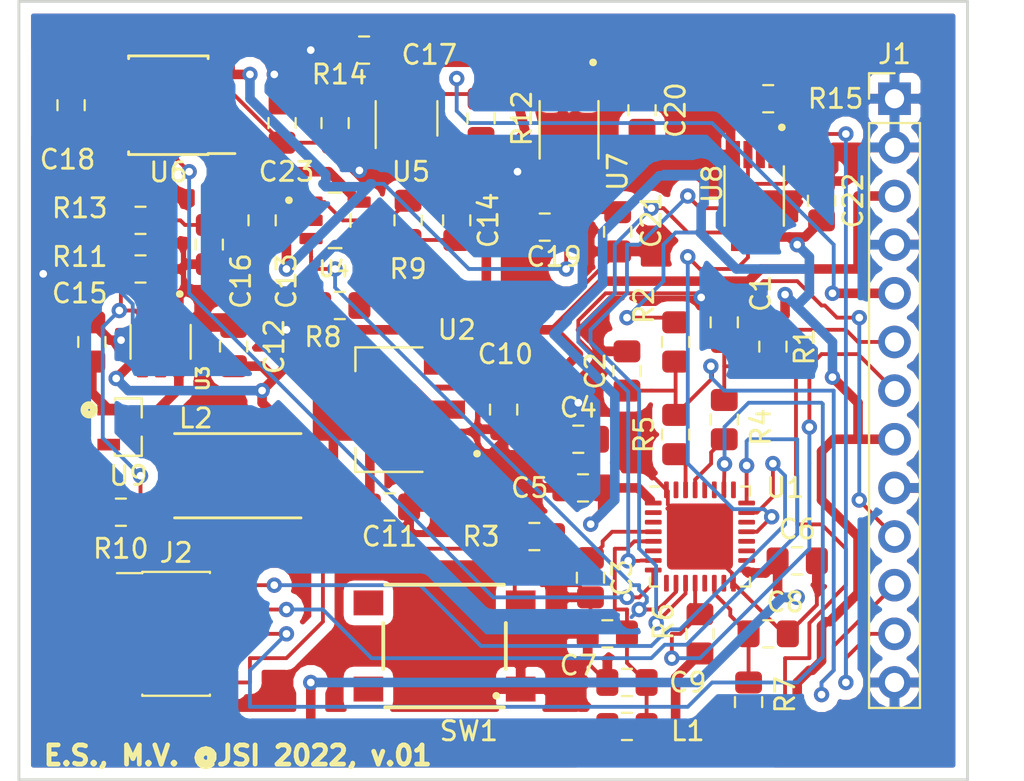
<source format=kicad_pcb>
(kicad_pcb (version 20171130) (host pcbnew "(5.0.2)-1")
  (layers (0 F.Cu signal) (31 B.Cu signal) (34 B.Paste user hide) (35 F.Paste user hide) (36 B.SilkS user hide) (37 F.SilkS user) (38 B.Mask user) (39 F.Mask user) (44 Edge.Cuts user))
  (net 0 "")
  (net 1 "Net-(C3-Pad1)")
  (net 2 "Net-(C7-Pad1)")
  (net 3 "Net-(C8-Pad1)")
  (net 4 "Net-(C14-Pad1)")
  (net 5 "Net-(C14-Pad2)")
  (net 6 "Net-(C15-Pad1)")
  (net 7 "Net-(C20-Pad2)")
  (net 8 "Net-(C20-Pad1)")
  (net 9 "Net-(C21-Pad2)")
  (net 10 "Net-(J2-Pad7)")
  (net 11 "Net-(J2-Pad8)")
  (net 12 "Net-(R4-Pad1)")
  (net 13 "Net-(R5-Pad1)")
  (net 14 "Net-(R10-Pad2)")
  (net 15 "Net-(R15-Pad1)")
  (net 16 "Net-(U1-Pad2)")
  (net 17 "Net-(U1-Pad3)")
  (net 18 "Net-(U1-Pad6)")
  (net 19 "Net-(U1-Pad9)")
  (net 20 "Net-(U1-Pad13)")
  (net 21 "Net-(U1-Pad15)")
  (net 22 "Net-(U1-Pad18)")
  (net 23 "Net-(U1-Pad19)")
  (net 24 "Net-(U1-Pad20)")
  (net 25 "Net-(U1-Pad22)")
  (net 26 "Net-(U1-Pad25)")
  (net 27 "Net-(U1-Pad27)")
  (net 28 "Net-(U1-Pad28)")
  (net 29 "Net-(U1-Pad31)")
  (net 30 "Net-(U6-Pad1)")
  (net 31 "Net-(U6-Pad5)")
  (net 32 "Net-(U6-Pad8)")
  (net 33 "Net-(U8-Pad1)")
  (net 34 "Net-(L2-Pad1)")
  (net 35 "Net-(U9-Pad2)")
  (net 36 /SCL)
  (net 37 /SDA)
  (net 38 /BIAS/MAX32V)
  (net 39 /BIAS)
  (net 40 /ANALOG_T)
  (net 41 /DIGITAL_T)
  (net 42 /NTC)
  (net 43 /SWDIO)
  (net 44 /SWDCLK)
  (net 45 /SWO)
  (net 46 /NRST)
  (net 47 /microprocesor/NTC_CS)
  (net 48 /CURRENT)
  (net 49 /DAC)
  (net 50 /microprocesor/NTC_SCLK)
  (net 51 /microprocesor/NTC_SO)
  (net 52 /BIAS/GNDlower)
  (net 53 "Net-(C23-Pad2)")
  (net 54 /GND)
  (net 55 /+3.3V)
  (net 56 /+5V)
  (module Connector_PinHeader_1.27mm:PinHeader_2x05_P1.27mm_Vertical_SMD (layer F.Cu) (at 151.72 149.86)
    (fp_text reference J2 (at 0 -4.235) (layer F.SilkS))
    (fp_text value Conn_ARM_JTAG_SWD_10)
    (pad 1 smd rect (at -1.95 -2.54) (size 2.4 0.74) (layers F.Cu F.Paste F.Mask) (net 55 /+3.3V))
    (pad 2 smd rect (at 1.95 -2.54) (size 2.4 0.74) (layers F.Cu F.Paste F.Mask) (net 43 /SWDIO))
    (pad 3 smd rect (at -1.95 -1.27) (size 2.4 0.74) (layers F.Cu F.Paste F.Mask) (net 54 /GND))
    (pad 4 smd rect (at 1.95 -1.27) (size 2.4 0.74) (layers F.Cu F.Paste F.Mask) (net 44 /SWDCLK))
    (pad 5 smd rect (at -1.95 0) (size 2.4 0.74) (layers F.Cu F.Paste F.Mask) (net 54 /GND))
    (pad 6 smd rect (at 1.95 0) (size 2.4 0.74) (layers F.Cu F.Paste F.Mask) (net 45 /SWO))
    (pad 7 smd rect (at -1.95 1.27) (size 2.4 0.74) (layers F.Cu F.Paste F.Mask) (net 10 "Net-(J2-Pad7)"))
    (pad 8 smd rect (at 1.95 1.27) (size 2.4 0.74) (layers F.Cu F.Paste F.Mask) (net 11 "Net-(J2-Pad8)"))
    (pad 9 smd rect (at -1.95 2.54) (size 2.4 0.74) (layers F.Cu F.Paste F.Mask) (net 54 /GND))
    (pad 10 smd rect (at 1.95 2.54) (size 2.4 0.74) (layers F.Cu F.Paste F.Mask) (net 46 /NRST))
  )
  (module Capacitor_SMD:C_0805_2012Metric_Pad1.15x1.40mm_HandSolder (layer F.Cu) (at 180.34 133.595 270)
    (fp_text reference C1 (at -1.515 -1.905 270) (layer F.SilkS))
    (fp_text value "0 pF")
    (pad 1 smd roundrect (at -1.025 0 270) (size 1.15 1.4) (layers F.Cu F.Paste F.Mask) (roundrect_rratio 0.217391) (net 54 /GND))
    (pad 2 smd roundrect (at 1.025 0 270) (size 1.15 1.4) (layers F.Cu F.Paste F.Mask) (roundrect_rratio 0.217391) (net 36 /SCL))
  )
  (module Capacitor_SMD:C_0805_2012Metric_Pad1.15x1.40mm_HandSolder (layer F.Cu) (at 175.26 136.135 90)
    (fp_text reference C2 (at 0 -1.65 90) (layer F.SilkS))
    (fp_text value "0 pF")
    (pad 2 smd roundrect (at 1.025 0 90) (size 1.15 1.4) (layers F.Cu F.Paste F.Mask) (roundrect_rratio 0.217391) (net 54 /GND))
    (pad 1 smd roundrect (at -1.025 0 90) (size 1.15 1.4) (layers F.Cu F.Paste F.Mask) (roundrect_rratio 0.217391) (net 37 /SDA))
  )
  (module Capacitor_SMD:C_0805_2012Metric_Pad1.15x1.40mm_HandSolder (layer F.Cu) (at 173.355 146.93 270)
    (fp_text reference C3 (at 0 -1.65 270) (layer F.SilkS))
    (fp_text value "100 nF")
    (pad 2 smd roundrect (at 1.025 0 270) (size 1.15 1.4) (layers F.Cu F.Paste F.Mask) (roundrect_rratio 0.217391) (net 54 /GND))
    (pad 1 smd roundrect (at -1.025 0 270) (size 1.15 1.4) (layers F.Cu F.Paste F.Mask) (roundrect_rratio 0.217391) (net 1 "Net-(C3-Pad1)"))
  )
  (module Capacitor_SMD:C_0805_2012Metric_Pad1.15x1.40mm_HandSolder (layer F.Cu) (at 172.72 139.7)
    (fp_text reference C4 (at 0 -1.65) (layer F.SilkS))
    (fp_text value "4.7 μF")
    (pad 1 smd roundrect (at -1.025 0) (size 1.15 1.4) (layers F.Cu F.Paste F.Mask) (roundrect_rratio 0.217391) (net 54 /GND))
    (pad 2 smd roundrect (at 1.025 0) (size 1.15 1.4) (layers F.Cu F.Paste F.Mask) (roundrect_rratio 0.217391) (net 55 /+3.3V))
  )
  (module Capacitor_SMD:C_0805_2012Metric_Pad1.15x1.40mm_HandSolder (layer F.Cu) (at 172.965 142.24)
    (fp_text reference C5 (at -2.785 0) (layer F.SilkS))
    (fp_text value "100 nF")
    (pad 1 smd roundrect (at -1.025 0) (size 1.15 1.4) (layers F.Cu F.Paste F.Mask) (roundrect_rratio 0.217391) (net 54 /GND))
    (pad 2 smd roundrect (at 1.025 0) (size 1.15 1.4) (layers F.Cu F.Paste F.Mask) (roundrect_rratio 0.217391) (net 55 /+3.3V))
  )
  (module Capacitor_SMD:C_0805_2012Metric_Pad1.15x1.40mm_HandSolder (layer F.Cu) (at 184.15 146.05)
    (fp_text reference C6 (at 0 -1.65) (layer F.SilkS))
    (fp_text value "100 nF")
    (pad 2 smd roundrect (at 1.025 0) (size 1.15 1.4) (layers F.Cu F.Paste F.Mask) (roundrect_rratio 0.217391) (net 54 /GND))
    (pad 1 smd roundrect (at -1.025 0) (size 1.15 1.4) (layers F.Cu F.Paste F.Mask) (roundrect_rratio 0.217391) (net 55 /+3.3V))
  )
  (module Capacitor_SMD:C_0805_2012Metric_Pad1.15x1.40mm_HandSolder (layer F.Cu) (at 174.235 149.86 180)
    (fp_text reference C7 (at 1.515 -1.65 180) (layer F.SilkS))
    (fp_text value "10 nF")
    (pad 1 smd roundrect (at -1.025 0 180) (size 1.15 1.4) (layers F.Cu F.Paste F.Mask) (roundrect_rratio 0.217391) (net 2 "Net-(C7-Pad1)"))
    (pad 2 smd roundrect (at 1.025 0 180) (size 1.15 1.4) (layers F.Cu F.Paste F.Mask) (roundrect_rratio 0.217391) (net 54 /GND))
  )
  (module Capacitor_SMD:C_0805_2012Metric_Pad1.15x1.40mm_HandSolder (layer F.Cu) (at 182.635 149.86)
    (fp_text reference C8 (at 0.88 -1.65) (layer F.SilkS))
    (fp_text value "100 nF")
    (pad 2 smd roundrect (at 1.025 0) (size 1.15 1.4) (layers F.Cu F.Paste F.Mask) (roundrect_rratio 0.217391) (net 54 /GND))
    (pad 1 smd roundrect (at -1.025 0) (size 1.15 1.4) (layers F.Cu F.Paste F.Mask) (roundrect_rratio 0.217391) (net 3 "Net-(C8-Pad1)"))
  )
  (module Capacitor_SMD:C_0805_2012Metric_Pad1.15x1.40mm_HandSolder (layer F.Cu) (at 175.26 152.4 180)
    (fp_text reference C9 (at -3.175 0 180) (layer F.SilkS))
    (fp_text value "1 μF")
    (pad 1 smd roundrect (at -1.025 0 180) (size 1.15 1.4) (layers F.Cu F.Paste F.Mask) (roundrect_rratio 0.217391) (net 2 "Net-(C7-Pad1)"))
    (pad 2 smd roundrect (at 1.025 0 180) (size 1.15 1.4) (layers F.Cu F.Paste F.Mask) (roundrect_rratio 0.217391) (net 54 /GND))
  )
  (module Capacitor_SMD:C_0805_2012Metric_Pad1.15x1.40mm_HandSolder (layer F.Cu) (at 168.820071 138.153337 270)
    (fp_text reference C10 (at -2.898337 -0.089929 180) (layer F.SilkS))
    (fp_text value "10 μF")
    (pad 1 smd roundrect (at -1.025 0 270) (size 1.15 1.4) (layers F.Cu F.Paste F.Mask) (roundrect_rratio 0.217391) (net 56 /+5V))
    (pad 2 smd roundrect (at 1.025 0 270) (size 1.15 1.4) (layers F.Cu F.Paste F.Mask) (roundrect_rratio 0.217391) (net 54 /GND))
  )
  (module Capacitor_SMD:C_0805_2012Metric_Pad1.15x1.40mm_HandSolder (layer F.Cu) (at 162.860071 143.233337)
    (fp_text reference C11 (at 0 1.546663) (layer F.SilkS))
    (fp_text value "100 μF")
    (pad 2 smd roundrect (at 1.025 0) (size 1.15 1.4) (layers F.Cu F.Paste F.Mask) (roundrect_rratio 0.217391) (net 54 /GND))
    (pad 1 smd roundrect (at -1.025 0) (size 1.15 1.4) (layers F.Cu F.Paste F.Mask) (roundrect_rratio 0.217391) (net 55 /+3.3V))
  )
  (module Capacitor_SMD:C_0805_2012Metric_Pad1.15x1.40mm_HandSolder (layer F.Cu) (at 154.720028 134.860217 90)
    (fp_text reference C12 (at 0 2.124972 90) (layer F.SilkS))
    (fp_text value "4.7 μF")
    (pad 2 smd roundrect (at 1.025 0 90) (size 1.15 1.4) (layers F.Cu F.Paste F.Mask) (roundrect_rratio 0.217391) (net 54 /GND))
    (pad 1 smd roundrect (at -1.025 0 90) (size 1.15 1.4) (layers F.Cu F.Paste F.Mask) (roundrect_rratio 0.217391) (net 56 /+5V))
  )
  (module Capacitor_SMD:C_0805_2012Metric_Pad1.15x1.40mm_HandSolder (layer F.Cu) (at 156.21 128.27 270)
    (fp_text reference C13 (at 3.175 -1.27 270) (layer F.SilkS))
    (fp_text value "100 nF")
    (pad 2 smd roundrect (at 1.025 0 270) (size 1.15 1.4) (layers F.Cu F.Paste F.Mask) (roundrect_rratio 0.217391) (net 52 /BIAS/GNDlower))
    (pad 1 smd roundrect (at -1.025 0 270) (size 1.15 1.4) (layers F.Cu F.Paste F.Mask) (roundrect_rratio 0.217391) (net 38 /BIAS/MAX32V))
  )
  (module Capacitor_SMD:C_0805_2012Metric_Pad1.15x1.40mm_HandSolder (layer F.Cu) (at 166.37 128.27 270)
    (fp_text reference C14 (at 0 -1.65 270) (layer F.SilkS))
    (fp_text value "100 nF")
    (pad 1 smd roundrect (at -1.025 0 270) (size 1.15 1.4) (layers F.Cu F.Paste F.Mask) (roundrect_rratio 0.217391) (net 4 "Net-(C14-Pad1)"))
    (pad 2 smd roundrect (at 1.025 0 270) (size 1.15 1.4) (layers F.Cu F.Paste F.Mask) (roundrect_rratio 0.217391) (net 5 "Net-(C14-Pad2)"))
  )
  (module Capacitor_SMD:C_0805_2012Metric_Pad1.15x1.40mm_HandSolder (layer F.Cu) (at 147.32 134.62 90)
    (fp_text reference C15 (at 2.54 -0.635) (layer F.SilkS))
    (fp_text value "1 μF")
    (pad 2 smd roundrect (at 1.025 0 90) (size 1.15 1.4) (layers F.Cu F.Paste F.Mask) (roundrect_rratio 0.217391) (net 54 /GND))
    (pad 1 smd roundrect (at -1.025 0 90) (size 1.15 1.4) (layers F.Cu F.Paste F.Mask) (roundrect_rratio 0.217391) (net 6 "Net-(C15-Pad1)"))
  )
  (module Capacitor_SMD:C_0805_2012Metric_Pad1.15x1.40mm_HandSolder (layer F.Cu) (at 153.450028 129.535217 270)
    (fp_text reference C16 (at 1.909783 -1.65 270) (layer F.SilkS))
    (fp_text value "1 μF")
    (pad 1 smd roundrect (at -1.025 0 270) (size 1.15 1.4) (layers F.Cu F.Paste F.Mask) (roundrect_rratio 0.217391) (net 38 /BIAS/MAX32V))
    (pad 2 smd roundrect (at 1.025 0 270) (size 1.15 1.4) (layers F.Cu F.Paste F.Mask) (roundrect_rratio 0.217391) (net 54 /GND))
  )
  (module Capacitor_SMD:C_0805_2012Metric_Pad1.15x1.40mm_HandSolder (layer F.Cu) (at 161.535 119.38 180)
    (fp_text reference C17 (at -3.404379 -0.243899 180) (layer F.SilkS))
    (fp_text value "100 nF")
    (pad 1 smd roundrect (at -1.025 0 180) (size 1.15 1.4) (layers F.Cu F.Paste F.Mask) (roundrect_rratio 0.217391) (net 56 /+5V))
    (pad 2 smd roundrect (at 1.025 0 180) (size 1.15 1.4) (layers F.Cu F.Paste F.Mask) (roundrect_rratio 0.217391) (net 54 /GND))
  )
  (module Capacitor_SMD:C_0805_2012Metric_Pad1.15x1.40mm_HandSolder (layer F.Cu) (at 146.235236 122.258299 90)
    (fp_text reference C18 (at -2.836701 -0.185236) (layer F.SilkS))
    (fp_text value "100 nF")
    (pad 2 smd roundrect (at 1.025 0 90) (size 1.15 1.4) (layers F.Cu F.Paste F.Mask) (roundrect_rratio 0.217391) (net 52 /BIAS/GNDlower))
    (pad 1 smd roundrect (at -1.025 0 90) (size 1.15 1.4) (layers F.Cu F.Paste F.Mask) (roundrect_rratio 0.217391) (net 56 /+5V))
  )
  (module Capacitor_SMD:C_0805_2012Metric_Pad1.15x1.40mm_HandSolder (layer F.Cu) (at 170.9657 128.624109)
    (fp_text reference C19 (at 0.4843 1.550891) (layer F.SilkS))
    (fp_text value "22 μF")
    (pad 1 smd roundrect (at -1.025 0) (size 1.15 1.4) (layers F.Cu F.Paste F.Mask) (roundrect_rratio 0.217391) (net 54 /GND))
    (pad 2 smd roundrect (at 1.025 0) (size 1.15 1.4) (layers F.Cu F.Paste F.Mask) (roundrect_rratio 0.217391) (net 52 /BIAS/GNDlower))
  )
  (module Capacitor_SMD:C_0805_2012Metric_Pad1.15x1.40mm_HandSolder (layer F.Cu) (at 176.0457 122.519109 90)
    (fp_text reference C20 (at 0 1.7543 90) (layer F.SilkS))
    (fp_text value "5 μF")
    (pad 2 smd roundrect (at 1.025 0 90) (size 1.15 1.4) (layers F.Cu F.Paste F.Mask) (roundrect_rratio 0.217391) (net 7 "Net-(C20-Pad2)"))
    (pad 1 smd roundrect (at -1.025 0 90) (size 1.15 1.4) (layers F.Cu F.Paste F.Mask) (roundrect_rratio 0.217391) (net 8 "Net-(C20-Pad1)"))
  )
  (module Capacitor_SMD:C_0805_2012Metric_Pad1.15x1.40mm_HandSolder (layer F.Cu) (at 174.7757 128.869109 90)
    (fp_text reference C21 (at 0.599109 1.7543 90) (layer F.SilkS))
    (fp_text value "22 μF")
    (pad 1 smd roundrect (at -1.025 0 90) (size 1.15 1.4) (layers F.Cu F.Paste F.Mask) (roundrect_rratio 0.217391) (net 54 /GND))
    (pad 2 smd roundrect (at 1.025 0 90) (size 1.15 1.4) (layers F.Cu F.Paste F.Mask) (roundrect_rratio 0.217391) (net 9 "Net-(C21-Pad2)"))
  )
  (module Connector_PinHeader_2.54mm:PinHeader_1x13_P2.54mm_Vertical (layer F.Cu) (at 189.23 121.92)
    (fp_text reference J1 (at 0 -2.33) (layer F.SilkS))
    (fp_text value Conn_01x13_Male)
    (pad 1 thru_hole rect (at 0 0) (size 1.7 1.7) (drill 1) (layers *.Cu *.Mask) (net 54 /GND))
    (pad 2 thru_hole oval (at 0 2.54) (size 1.7 1.7) (drill 1) (layers *.Cu *.Mask) (net 54 /GND))
    (pad 3 thru_hole oval (at 0 5.08) (size 1.7 1.7) (drill 1) (layers *.Cu *.Mask) (net 56 /+5V))
    (pad 4 thru_hole oval (at 0 7.62) (size 1.7 1.7) (drill 1) (layers *.Cu *.Mask) (net 54 /GND))
    (pad 5 thru_hole oval (at 0 10.16) (size 1.7 1.7) (drill 1) (layers *.Cu *.Mask) (net 39 /BIAS))
    (pad 6 thru_hole oval (at 0 12.7) (size 1.7 1.7) (drill 1) (layers *.Cu *.Mask) (net 40 /ANALOG_T))
    (pad 7 thru_hole oval (at 0 15.24) (size 1.7 1.7) (drill 1) (layers *.Cu *.Mask) (net 41 /DIGITAL_T))
    (pad 8 thru_hole oval (at 0 17.78) (size 1.7 1.7) (drill 1) (layers *.Cu *.Mask) (net 55 /+3.3V))
    (pad 9 thru_hole oval (at 0 20.32) (size 1.7 1.7) (drill 1) (layers *.Cu *.Mask) (net 54 /GND))
    (pad 10 thru_hole oval (at 0 22.86) (size 1.7 1.7) (drill 1) (layers *.Cu *.Mask) (net 36 /SCL))
    (pad 11 thru_hole oval (at 0 25.4) (size 1.7 1.7) (drill 1) (layers *.Cu *.Mask) (net 37 /SDA))
    (pad 12 thru_hole oval (at 0 27.94) (size 1.7 1.7) (drill 1) (layers *.Cu *.Mask) (net 42 /NTC))
    (pad 13 thru_hole oval (at 0 30.48) (size 1.7 1.7) (drill 1) (layers *.Cu *.Mask) (net 54 /GND))
  )
  (module Inductor_SMD:L_0805_2012Metric_Pad1.15x1.40mm_HandSolder (layer F.Cu) (at 175.26 154.695)
    (fp_text reference L1 (at 3.175 0.245) (layer F.SilkS))
    (fp_text value L_Core_Ferrite_Small)
    (pad 1 smd roundrect (at -1.025 0) (size 1.15 1.4) (layers F.Cu F.Paste F.Mask) (roundrect_rratio 0.217391) (net 55 /+3.3V))
    (pad 2 smd roundrect (at 1.025 0) (size 1.15 1.4) (layers F.Cu F.Paste F.Mask) (roundrect_rratio 0.217391) (net 2 "Net-(C7-Pad1)"))
  )
  (module Resistor_SMD:R_0805_2012Metric_Pad1.15x1.40mm_HandSolder (layer F.Cu) (at 182.88 134.865 270)
    (fp_text reference R1 (at 0 -1.65 270) (layer F.SilkS))
    (fp_text value "10 kΩ")
    (pad 1 smd roundrect (at -1.025 0 270) (size 1.15 1.4) (layers F.Cu F.Paste F.Mask) (roundrect_rratio 0.217391) (net 55 /+3.3V))
    (pad 2 smd roundrect (at 1.025 0 270) (size 1.15 1.4) (layers F.Cu F.Paste F.Mask) (roundrect_rratio 0.217391) (net 36 /SCL))
  )
  (module Resistor_SMD:R_0805_2012Metric_Pad1.15x1.40mm_HandSolder (layer F.Cu) (at 177.8 134.62 90)
    (fp_text reference R2 (at 1.905 -1.65 90) (layer F.SilkS))
    (fp_text value "10 kΩ")
    (pad 2 smd roundrect (at 1.025 0 90) (size 1.15 1.4) (layers F.Cu F.Paste F.Mask) (roundrect_rratio 0.217391) (net 55 /+3.3V))
    (pad 1 smd roundrect (at -1.025 0 90) (size 1.15 1.4) (layers F.Cu F.Paste F.Mask) (roundrect_rratio 0.217391) (net 37 /SDA))
  )
  (module Resistor_SMD:R_0805_2012Metric_Pad1.15x1.40mm_HandSolder (layer F.Cu) (at 170.425 144.78)
    (fp_text reference R3 (at -2.785 0) (layer F.SilkS))
    (fp_text value "470 Ω")
    (pad 1 smd roundrect (at -1.025 0) (size 1.15 1.4) (layers F.Cu F.Paste F.Mask) (roundrect_rratio 0.217391) (net 46 /NRST))
    (pad 2 smd roundrect (at 1.025 0) (size 1.15 1.4) (layers F.Cu F.Paste F.Mask) (roundrect_rratio 0.217391) (net 1 "Net-(C3-Pad1)"))
  )
  (module Resistor_SMD:R_0805_2012Metric_Pad1.15x1.40mm_HandSolder (layer F.Cu) (at 180.34 138.675 90)
    (fp_text reference R4 (at -0.39 1.905 90) (layer F.SilkS))
    (fp_text value "100 Ω")
    (pad 1 smd roundrect (at -1.025 0 90) (size 1.15 1.4) (layers F.Cu F.Paste F.Mask) (roundrect_rratio 0.217391) (net 12 "Net-(R4-Pad1)"))
    (pad 2 smd roundrect (at 1.025 0 90) (size 1.15 1.4) (layers F.Cu F.Paste F.Mask) (roundrect_rratio 0.217391) (net 36 /SCL))
  )
  (module Resistor_SMD:R_0805_2012Metric_Pad1.15x1.40mm_HandSolder (layer F.Cu) (at 177.8 139.455 90)
    (fp_text reference R5 (at 0 -1.65 90) (layer F.SilkS))
    (fp_text value "100 Ω")
    (pad 2 smd roundrect (at 1.025 0 90) (size 1.15 1.4) (layers F.Cu F.Paste F.Mask) (roundrect_rratio 0.217391) (net 37 /SDA))
    (pad 1 smd roundrect (at -1.025 0 90) (size 1.15 1.4) (layers F.Cu F.Paste F.Mask) (roundrect_rratio 0.217391) (net 13 "Net-(R5-Pad1)"))
  )
  (module Resistor_SMD:R_0805_2012Metric_Pad1.15x1.40mm_HandSolder (layer F.Cu) (at 179.07 149.86 270)
    (fp_text reference R6 (at -0.635 1.905 270) (layer F.SilkS))
    (fp_text value "4.7 kΩ")
    (pad 1 smd roundrect (at -1.025 0 270) (size 1.15 1.4) (layers F.Cu F.Paste F.Mask) (roundrect_rratio 0.217391) (net 41 /DIGITAL_T))
    (pad 2 smd roundrect (at 1.025 0 270) (size 1.15 1.4) (layers F.Cu F.Paste F.Mask) (roundrect_rratio 0.217391) (net 55 /+3.3V))
  )
  (module Resistor_SMD:R_0805_2012Metric_Pad1.15x1.40mm_HandSolder (layer F.Cu) (at 181.61 153.425 90)
    (fp_text reference R7 (at 0.39 1.905 90) (layer F.SilkS))
    (fp_text value "10 kΩ")
    (pad 2 smd roundrect (at 1.025 0 90) (size 1.15 1.4) (layers F.Cu F.Paste F.Mask) (roundrect_rratio 0.217391) (net 3 "Net-(C8-Pad1)"))
    (pad 1 smd roundrect (at -1.025 0 90) (size 1.15 1.4) (layers F.Cu F.Paste F.Mask) (roundrect_rratio 0.217391) (net 40 /ANALOG_T))
  )
  (module Resistor_SMD:R_0805_2012Metric_Pad1.15x1.40mm_HandSolder (layer F.Cu) (at 160.265 132.715 180)
    (fp_text reference R8 (at 0.88 -1.65 180) (layer F.SilkS))
    (fp_text value "10 kΩ")
    (pad 2 smd roundrect (at 1.025 0 180) (size 1.15 1.4) (layers F.Cu F.Paste F.Mask) (roundrect_rratio 0.217391) (net 54 /GND))
    (pad 1 smd roundrect (at -1.025 0 180) (size 1.15 1.4) (layers F.Cu F.Paste F.Mask) (roundrect_rratio 0.217391) (net 5 "Net-(C14-Pad2)"))
  )
  (module Resistor_SMD:R_0805_2012Metric_Pad1.15x1.40mm_HandSolder (layer F.Cu) (at 163.83 128.27 270)
    (fp_text reference R9 (at 2.54 0 180) (layer F.SilkS))
    (fp_text value "100 kΩ")
    (pad 1 smd roundrect (at -1.025 0 270) (size 1.15 1.4) (layers F.Cu F.Paste F.Mask) (roundrect_rratio 0.217391) (net 4 "Net-(C14-Pad1)"))
    (pad 2 smd roundrect (at 1.025 0 270) (size 1.15 1.4) (layers F.Cu F.Paste F.Mask) (roundrect_rratio 0.217391) (net 5 "Net-(C14-Pad2)"))
  )
  (module Resistor_SMD:R_0805_2012Metric_Pad1.15x1.40mm_HandSolder (layer F.Cu) (at 148.835 143.51)
    (fp_text reference R10 (at 0 1.905) (layer F.SilkS))
    (fp_text value "1156 kΩ")
    (pad 1 smd roundrect (at -1.025 0) (size 1.15 1.4) (layers F.Cu F.Paste F.Mask) (roundrect_rratio 0.217391) (net 6 "Net-(C15-Pad1)"))
    (pad 2 smd roundrect (at 1.025 0) (size 1.15 1.4) (layers F.Cu F.Paste F.Mask) (roundrect_rratio 0.217391) (net 14 "Net-(R10-Pad2)"))
  )
  (module Resistor_SMD:R_0805_2012Metric_Pad1.15x1.40mm_HandSolder (layer F.Cu) (at 149.86 130.81)
    (fp_text reference R11 (at -3.175 -0.635) (layer F.SilkS))
    (fp_text value "47 kΩ")
    (pad 2 smd roundrect (at 1.025 0) (size 1.15 1.4) (layers F.Cu F.Paste F.Mask) (roundrect_rratio 0.217391) (net 54 /GND))
    (pad 1 smd roundrect (at -1.025 0) (size 1.15 1.4) (layers F.Cu F.Paste F.Mask) (roundrect_rratio 0.217391) (net 14 "Net-(R10-Pad2)"))
  )
  (module Resistor_SMD:R_0805_2012Metric_Pad1.15x1.40mm_HandSolder (layer F.Cu) (at 167.64 122.945 90)
    (fp_text reference R12 (at 0 2.134379 90) (layer F.SilkS))
    (fp_text value "5 Ω")
    (pad 2 smd roundrect (at 1.025 0 90) (size 1.15 1.4) (layers F.Cu F.Paste F.Mask) (roundrect_rratio 0.217391) (net 39 /BIAS))
    (pad 1 smd roundrect (at -1.025 0 90) (size 1.15 1.4) (layers F.Cu F.Paste F.Mask) (roundrect_rratio 0.217391) (net 4 "Net-(C14-Pad1)"))
  )
  (module Resistor_SMD:R_0805_2012Metric_Pad1.15x1.40mm_HandSolder (layer F.Cu) (at 149.86 128.27 180)
    (fp_text reference R13 (at 3.175 0.635 180) (layer F.SilkS))
    (fp_text value "100 Ω")
    (pad 1 smd roundrect (at -1.025 0 180) (size 1.15 1.4) (layers F.Cu F.Paste F.Mask) (roundrect_rratio 0.217391) (net 38 /BIAS/MAX32V))
    (pad 2 smd roundrect (at 1.025 0 180) (size 1.15 1.4) (layers F.Cu F.Paste F.Mask) (roundrect_rratio 0.217391) (net 6 "Net-(C15-Pad1)"))
  )
  (module Resistor_SMD:R_0805_2012Metric_Pad1.15x1.40mm_HandSolder (layer F.Cu) (at 160.02 123.191101 90)
    (fp_text reference R14 (at 2.541101 0.229379) (layer F.SilkS))
    (fp_text value "500 kΩ")
    (pad 1 smd roundrect (at -1.025 0 90) (size 1.15 1.4) (layers F.Cu F.Paste F.Mask) (roundrect_rratio 0.217391) (net 53 "Net-(C23-Pad2)"))
    (pad 2 smd roundrect (at 1.025 0 90) (size 1.15 1.4) (layers F.Cu F.Paste F.Mask) (roundrect_rratio 0.217391) (net 54 /GND))
  )
  (module Resistor_SMD:R_0805_2012Metric_Pad1.15x1.40mm_HandSolder (layer F.Cu) (at 182.635 121.92 180)
    (fp_text reference R15 (at -3.517762 0 180) (layer F.SilkS))
    (fp_text value "3.915 kΩ")
    (pad 2 smd roundrect (at 1.025 0 180) (size 1.15 1.4) (layers F.Cu F.Paste F.Mask) (roundrect_rratio 0.217391) (net 42 /NTC))
    (pad 1 smd roundrect (at -1.025 0 180) (size 1.15 1.4) (layers F.Cu F.Paste F.Mask) (roundrect_rratio 0.217391) (net 15 "Net-(R15-Pad1)"))
  )
  (module Package_DFN_QFN:QFN-32-1EP_5x5mm_P0.5mm_EP3.45x3.45mm (layer F.Cu) (at 179.07 144.78)
    (fp_text reference U1 (at 4.445 -2.54) (layer F.SilkS))
    (fp_text value STM32L432KBUx)
    (pad 33 smd roundrect (at 0 0) (size 3.45 3.45) (layers F.Cu F.Mask) (roundrect_rratio 0.072464) (net 54 /GND))
    (pad 1 smd roundrect (at -2.4375 -1.75) (size 0.875 0.25) (layers F.Cu F.Paste F.Mask) (net 55 /+3.3V))
    (pad 2 smd roundrect (at -2.4375 -1.25) (size 0.875 0.25) (layers F.Cu F.Paste F.Mask) (net 16 "Net-(U1-Pad2)"))
    (pad 3 smd roundrect (at -2.4375 -0.75) (size 0.875 0.25) (layers F.Cu F.Paste F.Mask) (net 17 "Net-(U1-Pad3)"))
    (pad 4 smd roundrect (at -2.4375 -0.25) (size 0.875 0.25) (layers F.Cu F.Paste F.Mask) (net 1 "Net-(C3-Pad1)"))
    (pad 5 smd roundrect (at -2.4375 0.25) (size 0.875 0.25) (layers F.Cu F.Paste F.Mask) (net 2 "Net-(C7-Pad1)"))
    (pad 6 smd roundrect (at -2.4375 0.75) (size 0.875 0.25) (layers F.Cu F.Paste F.Mask) (net 18 "Net-(U1-Pad6)"))
    (pad 7 smd roundrect (at -2.4375 1.25) (size 0.875 0.25) (layers F.Cu F.Paste F.Mask) (net 47 /microprocesor/NTC_CS))
    (pad 8 smd roundrect (at -2.4375 1.75) (size 0.875 0.25) (layers F.Cu F.Paste F.Mask) (net 48 /CURRENT))
    (pad 9 smd roundrect (at -1.75 2.4375) (size 0.25 0.875) (layers F.Cu F.Paste F.Mask) (net 19 "Net-(U1-Pad9)"))
    (pad 10 smd roundrect (at -1.25 2.4375) (size 0.25 0.875) (layers F.Cu F.Paste F.Mask) (net 49 /DAC))
    (pad 11 smd roundrect (at -0.75 2.4375) (size 0.25 0.875) (layers F.Cu F.Paste F.Mask) (net 50 /microprocesor/NTC_SCLK))
    (pad 12 smd roundrect (at -0.25 2.4375) (size 0.25 0.875) (layers F.Cu F.Paste F.Mask) (net 41 /DIGITAL_T))
    (pad 13 smd roundrect (at 0.25 2.4375) (size 0.25 0.875) (layers F.Cu F.Paste F.Mask) (net 20 "Net-(U1-Pad13)"))
    (pad 14 smd roundrect (at 0.75 2.4375) (size 0.25 0.875) (layers F.Cu F.Paste F.Mask) (net 3 "Net-(C8-Pad1)"))
    (pad 15 smd roundrect (at 1.25 2.4375) (size 0.25 0.875) (layers F.Cu F.Paste F.Mask) (net 21 "Net-(U1-Pad15)"))
    (pad 16 smd roundrect (at 1.75 2.4375) (size 0.25 0.875) (layers F.Cu F.Paste F.Mask) (net 54 /GND))
    (pad 17 smd roundrect (at 2.4375 1.75) (size 0.875 0.25) (layers F.Cu F.Paste F.Mask) (net 55 /+3.3V))
    (pad 18 smd roundrect (at 2.4375 1.25) (size 0.875 0.25) (layers F.Cu F.Paste F.Mask) (net 22 "Net-(U1-Pad18)"))
    (pad 19 smd roundrect (at 2.4375 0.75) (size 0.875 0.25) (layers F.Cu F.Paste F.Mask) (net 23 "Net-(U1-Pad19)"))
    (pad 20 smd roundrect (at 2.4375 0.25) (size 0.875 0.25) (layers F.Cu F.Paste F.Mask) (net 24 "Net-(U1-Pad20)"))
    (pad 21 smd roundrect (at 2.4375 -0.25) (size 0.875 0.25) (layers F.Cu F.Paste F.Mask) (net 51 /microprocesor/NTC_SO))
    (pad 22 smd roundrect (at 2.4375 -0.75) (size 0.875 0.25) (layers F.Cu F.Paste F.Mask) (net 25 "Net-(U1-Pad22)"))
    (pad 23 smd roundrect (at 2.4375 -1.25) (size 0.875 0.25) (layers F.Cu F.Paste F.Mask) (net 43 /SWDIO))
    (pad 24 smd roundrect (at 2.4375 -1.75) (size 0.875 0.25) (layers F.Cu F.Paste F.Mask) (net 44 /SWDCLK))
    (pad 25 smd roundrect (at 1.75 -2.4375) (size 0.25 0.875) (layers F.Cu F.Paste F.Mask) (net 26 "Net-(U1-Pad25)"))
    (pad 26 smd roundrect (at 1.25 -2.4375) (size 0.25 0.875) (layers F.Cu F.Paste F.Mask) (net 45 /SWO))
    (pad 27 smd roundrect (at 0.75 -2.4375) (size 0.25 0.875) (layers F.Cu F.Paste F.Mask) (net 27 "Net-(U1-Pad27)"))
    (pad 28 smd roundrect (at 0.25 -2.4375) (size 0.25 0.875) (layers F.Cu F.Paste F.Mask) (net 28 "Net-(U1-Pad28)"))
    (pad 29 smd roundrect (at -0.25 -2.4375) (size 0.25 0.875) (layers F.Cu F.Paste F.Mask) (net 12 "Net-(R4-Pad1)"))
    (pad 30 smd roundrect (at -0.75 -2.4375) (size 0.25 0.875) (layers F.Cu F.Paste F.Mask) (net 13 "Net-(R5-Pad1)"))
    (pad 31 smd roundrect (at -1.25 -2.4375) (size 0.25 0.875) (layers F.Cu F.Paste F.Mask) (net 29 "Net-(U1-Pad31)"))
    (pad 32 smd roundrect (at -1.75 -2.4375) (size 0.25 0.875) (layers F.Cu F.Paste F.Mask) (net 54 /GND))
  )
  (module TLV1117footprint:SOT230P700X180-4N (layer F.Cu) (at 162.830071 138.153337 180)
    (fp_text reference U2 (at -3.539929 4.168337 180) (layer F.SilkS))
    (fp_text value TLV1117-33IDCY)
    (pad 1 smd rect (at -2.9 -2.3 180) (size 2.15 0.95) (layers F.Cu F.Paste F.Mask) (net 54 /GND))
    (pad 2 smd rect (at -2.9 0 180) (size 2.15 0.95) (layers F.Cu F.Paste F.Mask) (net 55 /+3.3V))
    (pad 3 smd rect (at -2.9 2.3 180) (size 2.15 0.95) (layers F.Cu F.Paste F.Mask) (net 56 /+5V))
    (pad 4 smd rect (at 2.9 0 180) (size 2.15 3.25) (layers F.Cu F.Paste F.Mask) (net 55 /+3.3V))
  )
  (module MAX5026footprint2:SOT95P280X145-6N (layer F.Cu) (at 150.910028 134.615217 270)
    (fp_text reference U3 (at 1.909783 -2.2064 270) (layer F.SilkS) (effects (font (size 0.64 0.64))))
    (fp_text value MAX5026)
    (pad 1 smd roundrect (at -1.245 -0.95 270) (size 1.22 0.6) (layers F.Cu F.Paste F.Mask) (roundrect_rratio 0.15) (net 54 /GND))
    (pad 2 smd roundrect (at -1.245 0 270) (size 1.22 0.6) (layers F.Cu F.Paste F.Mask) (roundrect_rratio 0.15) (net 54 /GND))
    (pad 3 smd roundrect (at -1.245 0.95 270) (size 1.22 0.6) (layers F.Cu F.Paste F.Mask) (roundrect_rratio 0.15) (net 14 "Net-(R10-Pad2)"))
    (pad 4 smd roundrect (at 1.245 0.95 270) (size 1.22 0.6) (layers F.Cu F.Paste F.Mask) (roundrect_rratio 0.15) (net 56 /+5V))
    (pad 5 smd roundrect (at 1.245 0 270) (size 1.22 0.6) (layers F.Cu F.Paste F.Mask) (roundrect_rratio 0.15) (net 56 /+5V))
    (pad 6 smd roundrect (at 1.245 -0.95 270) (size 1.22 0.6) (layers F.Cu F.Paste F.Mask) (roundrect_rratio 0.15) (net 34 "Net-(L2-Pad1)"))
  )
  (module OPA196xDBVfootprint:SOT95P280X145-5N (layer F.Cu) (at 160.02 128.27)
    (fp_text reference U4 (at -0.06 2.54) (layer F.SilkS) (effects (font (size 0.8 0.8))))
    (fp_text value OPA196xDBV)
    (pad 1 smd roundrect (at -1.255 -0.95) (size 1.21 0.59) (layers F.Cu F.Paste F.Mask) (roundrect_rratio 0.15) (net 4 "Net-(C14-Pad1)"))
    (pad 2 smd roundrect (at -1.255 0) (size 1.21 0.59) (layers F.Cu F.Paste F.Mask) (roundrect_rratio 0.15) (net 52 /BIAS/GNDlower))
    (pad 3 smd roundrect (at -1.255 0.95) (size 1.21 0.59) (layers F.Cu F.Paste F.Mask) (roundrect_rratio 0.15) (net 49 /DAC))
    (pad 4 smd roundrect (at 1.255 0.95) (size 1.21 0.59) (layers F.Cu F.Paste F.Mask) (roundrect_rratio 0.15) (net 5 "Net-(C14-Pad2)"))
    (pad 5 smd roundrect (at 1.255 -0.95) (size 1.21 0.59) (layers F.Cu F.Paste F.Mask) (roundrect_rratio 0.15) (net 38 /BIAS/MAX32V))
  )
  (module Package_TO_SOT_SMD:SOT-23-5 (layer F.Cu) (at 163.750621 122.946101 90)
    (fp_text reference U5 (at -2.783899 0.229379) (layer F.SilkS))
    (fp_text value INA168)
    (pad 1 smd rect (at -1.1 -0.95 90) (size 1.06 0.65) (layers F.Cu F.Paste F.Mask) (net 53 "Net-(C23-Pad2)"))
    (pad 2 smd rect (at -1.1 0 90) (size 1.06 0.65) (layers F.Cu F.Paste F.Mask) (net 54 /GND))
    (pad 3 smd rect (at -1.1 0.95 90) (size 1.06 0.65) (layers F.Cu F.Paste F.Mask) (net 4 "Net-(C14-Pad1)"))
    (pad 4 smd rect (at 1.1 0.95 90) (size 1.06 0.65) (layers F.Cu F.Paste F.Mask) (net 39 /BIAS))
    (pad 5 smd rect (at 1.1 -0.95 90) (size 1.06 0.65) (layers F.Cu F.Paste F.Mask) (net 56 /+5V))
  )
  (module Package_SO:SOIC-8_3.9x4.9mm_P1.27mm (layer F.Cu) (at 151.315236 122.258299 180)
    (fp_text reference U6 (at 0 -3.5 180) (layer F.SilkS))
    (fp_text value OPA340UA)
    (pad 1 smd rect (at -2.7 -1.905 180) (size 1.55 0.6) (layers F.Cu F.Paste F.Mask) (net 30 "Net-(U6-Pad1)"))
    (pad 2 smd rect (at -2.7 -0.635 180) (size 1.55 0.6) (layers F.Cu F.Paste F.Mask) (net 48 /CURRENT))
    (pad 3 smd rect (at -2.7 0.635 180) (size 1.55 0.6) (layers F.Cu F.Paste F.Mask) (net 53 "Net-(C23-Pad2)"))
    (pad 4 smd rect (at -2.7 1.905 180) (size 1.55 0.6) (layers F.Cu F.Paste F.Mask) (net 52 /BIAS/GNDlower))
    (pad 5 smd rect (at 2.7 1.905 180) (size 1.55 0.6) (layers F.Cu F.Paste F.Mask) (net 31 "Net-(U6-Pad5)"))
    (pad 6 smd rect (at 2.7 0.635 180) (size 1.55 0.6) (layers F.Cu F.Paste F.Mask) (net 48 /CURRENT))
    (pad 7 smd rect (at 2.7 -0.635 180) (size 1.55 0.6) (layers F.Cu F.Paste F.Mask) (net 56 /+5V))
    (pad 8 smd rect (at 2.7 -1.905 180) (size 1.55 0.6) (layers F.Cu F.Paste F.Mask) (net 32 "Net-(U6-Pad8)"))
  )
  (module LM7705footprint:SOP65P490X110-8N (layer F.Cu) (at 172.2357 123.544109 270)
    (fp_text reference U7 (at 2.185891 -2.535 270) (layer F.SilkS))
    (fp_text value LM7705)
    (pad 1 smd roundrect (at -2.15 -0.975 270) (size 1.47 0.48) (layers F.Cu F.Paste F.Mask) (roundrect_rratio 0.06) (net 7 "Net-(C20-Pad2)"))
    (pad 2 smd roundrect (at -2.15 -0.325 270) (size 1.47 0.48) (layers F.Cu F.Paste F.Mask) (roundrect_rratio 0.06) (net 54 /GND))
    (pad 3 smd roundrect (at -2.15 0.325 270) (size 1.47 0.48) (layers F.Cu F.Paste F.Mask) (roundrect_rratio 0.06) (net 54 /GND))
    (pad 4 smd roundrect (at -2.15 0.975 270) (size 1.47 0.48) (layers F.Cu F.Paste F.Mask) (roundrect_rratio 0.06) (net 56 /+5V))
    (pad 5 smd roundrect (at 2.15 0.975 270) (size 1.47 0.48) (layers F.Cu F.Paste F.Mask) (roundrect_rratio 0.06) (net 54 /GND))
    (pad 6 smd roundrect (at 2.15 0.325 270) (size 1.47 0.48) (layers F.Cu F.Paste F.Mask) (roundrect_rratio 0.06) (net 52 /BIAS/GNDlower))
    (pad 7 smd roundrect (at 2.15 -0.325 270) (size 1.47 0.48) (layers F.Cu F.Paste F.Mask) (roundrect_rratio 0.06) (net 9 "Net-(C21-Pad2)"))
    (pad 8 smd roundrect (at 2.15 -0.975 270) (size 1.47 0.48) (layers F.Cu F.Paste F.Mask) (roundrect_rratio 0.06) (net 8 "Net-(C20-Pad1)"))
  )
  (module MAX6682footprint:SOP65P490X110-8N (layer F.Cu) (at 181.902238 127 270)
    (fp_text reference U8 (at -0.635 2.197238 270) (layer F.SilkS))
    (fp_text value MAX6682)
    (pad 1 smd roundrect (at -2.165 -0.975 270) (size 1.42 0.47) (layers F.Cu F.Paste F.Mask) (roundrect_rratio 0.06) (net 33 "Net-(U8-Pad1)"))
    (pad 2 smd roundrect (at -2.165 -0.325 270) (size 1.42 0.47) (layers F.Cu F.Paste F.Mask) (roundrect_rratio 0.06) (net 15 "Net-(R15-Pad1)"))
    (pad 3 smd roundrect (at -2.165 0.325 270) (size 1.42 0.47) (layers F.Cu F.Paste F.Mask) (roundrect_rratio 0.06) (net 42 /NTC))
    (pad 4 smd roundrect (at -2.165 0.975 270) (size 1.42 0.47) (layers F.Cu F.Paste F.Mask) (roundrect_rratio 0.06) (net 54 /GND))
    (pad 5 smd roundrect (at 2.165 0.975 270) (size 1.42 0.47) (layers F.Cu F.Paste F.Mask) (roundrect_rratio 0.06) (net 47 /microprocesor/NTC_CS))
    (pad 6 smd roundrect (at 2.165 0.325 270) (size 1.42 0.47) (layers F.Cu F.Paste F.Mask) (roundrect_rratio 0.06) (net 51 /microprocesor/NTC_SO))
    (pad 7 smd roundrect (at 2.165 -0.325 270) (size 1.42 0.47) (layers F.Cu F.Paste F.Mask) (roundrect_rratio 0.06) (net 50 /microprocesor/NTC_SCLK))
    (pad 8 smd roundrect (at 2.165 -0.975 270) (size 1.42 0.47) (layers F.Cu F.Paste F.Mask) (roundrect_rratio 0.06) (net 55 /+3.3V))
  )
  (module diodafootprint:SOT91P240X105-3N (layer F.Cu) (at 149.225 139.065 270)
    (fp_text reference U9 (at 2.54 0 180) (layer F.SilkS) (effects (font (size 1.000591 1.000591))))
    (fp_text value ZHCS500)
    (pad 3 smd rect (at 0 -1.025) (size 1.18 0.61) (layers F.Cu F.Paste F.Mask) (net 34 "Net-(L2-Pad1)"))
    (pad 2 smd rect (at 0.915 1.025) (size 1.18 0.61) (layers F.Cu F.Paste F.Mask) (net 35 "Net-(U9-Pad2)"))
    (pad 1 smd rect (at -0.915 1.025) (size 1.18 0.61) (layers F.Cu F.Paste F.Mask) (net 6 "Net-(C15-Pad1)"))
  )
  (module Capacitor_SMD:C_0805_2012Metric_Pad1.15x1.40mm_HandSolder (layer F.Cu) (at 185.42 127.245 270)
    (fp_text reference C22 (at 0 -1.65 270) (layer F.SilkS))
    (fp_text value "100 nF")
    (pad 1 smd roundrect (at -1.025 0 270) (size 1.15 1.4) (layers F.Cu F.Paste F.Mask) (roundrect_rratio 0.217391) (net 54 /GND))
    (pad 2 smd roundrect (at 1.025 0 270) (size 1.15 1.4) (layers F.Cu F.Paste F.Mask) (roundrect_rratio 0.217391) (net 55 /+3.3V))
  )
  (module Capacitor_SMD:C_0805_2012Metric_Pad1.15x1.40mm_HandSolder (layer F.Cu) (at 157.250621 123.191101 270)
    (fp_text reference C23 (at 2.538899 -0.229379 180) (layer F.SilkS))
    (fp_text value "10 nF")
    (pad 1 smd roundrect (at -1.025 0 270) (size 1.15 1.4) (layers F.Cu F.Paste F.Mask) (roundrect_rratio 0.217391) (net 54 /GND))
    (pad 2 smd roundrect (at 1.025 0 270) (size 1.15 1.4) (layers F.Cu F.Paste F.Mask) (roundrect_rratio 0.217391) (net 53 "Net-(C23-Pad2)"))
  )
  (module tuljavafootprint:Wurth_Electronics-74451147-Manufacturer_Recommended (layer F.Cu) (at 154.94 141.605)
    (fp_text reference L2 (at -3.175 -3) (layer F.SilkS) (effects (justify left)))
    (fp_text value "47 μH")
    (pad 2 smd rect (at 2.73 -0.000001 270) (size 3.560001 1.4) (layers F.Cu F.Paste F.Mask) (net 56 /+5V))
    (pad 1 smd rect (at -2.729999 -0.000001 270) (size 3.560001 1.4) (layers F.Cu F.Paste F.Mask) (net 34 "Net-(L2-Pad1)"))
  )
  (module gumbfootprint:430182050816 (layer F.Cu) (at 165.735 150.495 180)
    (fp_text reference SW1 (at -1.27 -4.445 180) (layer F.SilkS))
    (fp_text value SW_Push)
    (pad 1 smd rect (at -3.975 -2.25 180) (size 1.55 1.3) (layers F.Cu F.Paste F.Mask) (net 54 /GND))
    (pad 3 smd rect (at 3.975 -2.25 180) (size 1.55 1.3) (layers F.Cu F.Paste F.Mask))
    (pad 2 smd rect (at -3.975 2.25 180) (size 1.55 1.3) (layers F.Cu F.Paste F.Mask) (net 46 /NRST))
    (pad 4 smd rect (at 3.975 2.25 180) (size 1.55 1.3) (layers F.Cu F.Paste F.Mask))
  )
  (gr_line (start 193.04 116.84) (end 143.51 116.84) (layer Edge.Cuts) (width 0.15))
  (gr_line (start 193.04 157.48) (end 193.04 116.84) (layer Edge.Cuts) (width 0.15))
  (gr_line (start 143.51 157.48) (end 193.04 157.48) (layer Edge.Cuts) (width 0.15))
  (gr_line (start 143.51 116.84) (end 143.51 157.48) (layer Edge.Cuts) (width 0.15))
  (gr_text "E.S., M.V. @JSI 2022, v.01" (at 154.94 156.21) (layer F.SilkS) (effects (font (size 1 1) (thickness 0.25))))
  (segment (start 166.005071 141.113337) (end 166.005071 140.453337) (width 0.2) (layer F.Cu) (net 54))
  (segment (start 163.885071 143.233337) (end 166.005071 141.113337) (width 0.2) (layer F.Cu) (net 54))
  (segment (start 168.180071 140.453337) (end 166.005071 140.453337) (width 0.2) (layer F.Cu) (net 54))
  (segment (start 153.450028 130.560217) (end 154.720028 131.830217) (width 0.2) (layer F.Cu) (net 54))
  (segment (start 171.9107 121.394109) (end 171.9107 123.869109) (width 0.2) (layer F.Cu) (net 54))
  (segment (start 171.2607 124.519109) (end 171.2607 125.694109) (width 0.2) (layer F.Cu) (net 54))
  (segment (start 171.9107 123.869109) (end 171.2607 124.519109) (width 0.2) (layer F.Cu) (net 54))
  (segment (start 171.695 141.995) (end 171.94 142.24) (width 0.2) (layer F.Cu) (net 54))
  (segment (start 172.5607 121.394109) (end 172.5607 120.1743) (width 0.2) (layer F.Cu) (net 54))
  (segment (start 172.5607 120.1743) (end 172.72 120.015) (width 0.2) (layer F.Cu) (net 54))
  (segment (start 189.23 121.92) (end 189.23 124.46) (width 0.5) (layer F.Cu) (net 54))
  (segment (start 169.9407 127.014109) (end 171.2607 125.694109) (width 0.2) (layer F.Cu) (net 54))
  (segment (start 169.9407 128.624109) (end 169.9407 127.014109) (width 0.2) (layer F.Cu) (net 54))
  (segment (start 154.720028 131.830217) (end 154.720028 132.08) (width 0.2) (layer F.Cu) (net 54))
  (segment (start 184.283372 149.236628) (end 183.66 149.86) (width 0.2) (layer F.Cu) (net 54))
  (segment (start 185.175 148.345) (end 184.283372 149.236628) (width 0.2) (layer F.Cu) (net 54))
  (segment (start 185.175 146.05) (end 185.175 148.345) (width 0.2) (layer F.Cu) (net 54))
  (segment (start 180.927238 124.835) (end 180.927238 126.317238) (width 0.2) (layer F.Cu) (net 54))
  (segment (start 180.975 127) (end 184.15 127) (width 0.2) (layer F.Cu) (net 54))
  (segment (start 186.055 124.46) (end 189.23 124.46) (width 0.2) (layer F.Cu) (net 54))
  (segment (start 184.15 127) (end 186.055 125.095) (width 0.2) (layer F.Cu) (net 54))
  (segment (start 175.26 135.11) (end 174.135 135.11) (width 0.2) (layer F.Cu) (net 54))
  (segment (start 177.37001 143.317342) (end 180.74501 146.692342) (width 0.2) (layer F.Cu) (net 54))
  (segment (start 180.74501 146.692342) (end 180.74501 147.442176) (width 0.2) (layer F.Cu) (net 54))
  (segment (start 173.21 151.375) (end 174.235 152.4) (width 0.2) (layer F.Cu) (net 54))
  (segment (start 173.21 149.86) (end 173.21 151.13) (width 0.2) (layer F.Cu) (net 54))
  (segment (start 173.21 151.13) (end 173.21 151.375) (width 0.2) (layer F.Cu) (net 54))
  (segment (start 180.927238 126.317238) (end 180.927238 126.952238) (width 0.2) (layer F.Cu) (net 54))
  (segment (start 191.77 124.46) (end 191.77 129.54) (width 0.2) (layer F.Cu) (net 54))
  (segment (start 191.77 129.54) (end 191.77 142.24) (width 0.2) (layer F.Cu) (net 54))
  (segment (start 169.9407 129.424109) (end 170.18 129.663409) (width 0.2) (layer F.Cu) (net 54))
  (segment (start 169.9407 128.624109) (end 169.9407 129.424109) (width 0.2) (layer F.Cu) (net 54))
  (segment (start 170.18 129.663409) (end 170.18 130.81) (width 0.2) (layer F.Cu) (net 54))
  (segment (start 170.18 130.81) (end 171.45 132.08) (width 0.2) (layer F.Cu) (net 54))
  (segment (start 172.589809 132.08) (end 174.7757 129.894109) (width 0.2) (layer F.Cu) (net 54))
  (segment (start 171.45 132.08) (end 172.589809 132.08) (width 0.2) (layer F.Cu) (net 54))
  (via (at 158.75 119.38) (size 0.8) (drill 0.4) (layers F.Cu B.Cu) (net 54))
  (via (at 156.845 120.65) (size 0.8) (drill 0.4) (layers F.Cu B.Cu) (net 54))
  (segment (start 157.48 120.65) (end 156.845 120.65) (width 0.2) (layer B.Cu) (net 54))
  (segment (start 156.845 121.76048) (end 157.250621 122.166101) (width 0.2) (layer F.Cu) (net 54))
  (segment (start 156.845 120.65) (end 156.845 121.76048) (width 0.2) (layer F.Cu) (net 54))
  (segment (start 158.115 120.015) (end 157.48 120.65) (width 0.2) (layer B.Cu) (net 54))
  (via (at 161.29 125.665) (size 0.8) (drill 0.4) (layers F.Cu B.Cu) (net 54))
  (segment (start 154.720028 132.715) (end 154.720028 133.835217) (width 0.2) (layer F.Cu) (net 54))
  (segment (start 154.720028 132.08) (end 154.720028 132.715) (width 0.2) (layer F.Cu) (net 54))
  (via (at 169.545 125.73) (size 0.8) (drill 0.4) (layers F.Cu B.Cu) (net 54))
  (segment (start 161.29 125.095) (end 161.29 123.19) (width 0.2) (layer B.Cu) (net 54))
  (via (at 157.48 133.985) (size 0.8) (drill 0.4) (layers F.Cu B.Cu) (net 54))
  (via (at 172.72 137.795) (size 0.8) (drill 0.4) (layers F.Cu B.Cu) (net 54))
  (segment (start 173.355 137.16) (end 169.545 133.35) (width 0.2) (layer B.Cu) (net 54))
  (segment (start 167.64 132.715) (end 169.545 132.715) (width 0.2) (layer B.Cu) (net 54))
  (segment (start 171.94 139.945) (end 171.695 139.7) (width 0.2) (layer F.Cu) (net 54))
  (segment (start 171.94 142.24) (end 171.94 139.945) (width 0.2) (layer F.Cu) (net 54))
  (segment (start 177.32 142.3425) (end 175.9475 140.97) (width 0.2) (layer F.Cu) (net 54))
  (segment (start 175.9475 140.97) (end 175.9475 139.1175) (width 0.2) (layer F.Cu) (net 54))
  (segment (start 175.664666 139.1175) (end 174.977166 138.43) (width 0.2) (layer F.Cu) (net 54))
  (segment (start 175.9475 139.1175) (end 175.664666 139.1175) (width 0.2) (layer F.Cu) (net 54))
  (segment (start 171.695 137.55) (end 171.695 138.43) (width 0.2) (layer F.Cu) (net 54))
  (segment (start 171.695 138.43) (end 171.695 139.7) (width 0.2) (layer F.Cu) (net 54))
  (segment (start 183.4625 149.86) (end 183.66 149.86) (width 0.2) (layer F.Cu) (net 54))
  (segment (start 180.82 147.2175) (end 183.4625 149.86) (width 0.2) (layer F.Cu) (net 54))
  (segment (start 173.49783 135.255) (end 173.99 135.255) (width 0.2) (layer F.Cu) (net 54))
  (segment (start 172.72 133.505469) (end 172.72 134.47717) (width 0.2) (layer F.Cu) (net 54))
  (segment (start 174.145469 132.08) (end 172.72 133.505469) (width 0.2) (layer F.Cu) (net 54))
  (segment (start 173.99 135.255) (end 172.72 136.525) (width 0.2) (layer F.Cu) (net 54))
  (segment (start 174.135 135.11) (end 173.99 135.255) (width 0.2) (layer F.Cu) (net 54))
  (segment (start 180.34 132.57) (end 179.85 132.57) (width 0.2) (layer F.Cu) (net 54))
  (segment (start 179.85 132.57) (end 179.705 132.715) (width 0.2) (layer F.Cu) (net 54))
  (segment (start 172.72 134.47717) (end 173.49783 135.255) (width 0.2) (layer F.Cu) (net 54))
  (segment (start 179.705 132.715) (end 179.07 132.08) (width 0.2) (layer F.Cu) (net 54))
  (segment (start 179.07 132.08) (end 174.145469 132.08) (width 0.2) (layer F.Cu) (net 54))
  (segment (start 177.39499 143.10499) (end 179.07 144.78) (width 0.2) (layer F.Cu) (net 54))
  (segment (start 177.39499 142.41749) (end 177.39499 143.10499) (width 0.2) (layer F.Cu) (net 54))
  (segment (start 177.32 142.3425) (end 177.39499 142.41749) (width 0.2) (layer F.Cu) (net 54))
  (segment (start 173.355 149.715) (end 173.21 149.86) (width 0.2) (layer F.Cu) (net 54))
  (segment (start 173.355 147.955) (end 173.355 149.715) (width 0.2) (layer F.Cu) (net 54))
  (segment (start 172.72 147.32) (end 173.355 147.955) (width 0.2) (layer F.Cu) (net 54))
  (segment (start 170.815 147.32) (end 172.72 147.32) (width 0.2) (layer F.Cu) (net 54))
  (segment (start 170.57499 147.07999) (end 170.815 147.32) (width 0.2) (layer F.Cu) (net 54))
  (segment (start 170.57499 141.317176) (end 170.57499 147.07999) (width 0.2) (layer F.Cu) (net 54))
  (segment (start 171.94 142.24) (end 171.017176 141.317176) (width 0.2) (layer F.Cu) (net 54))
  (segment (start 171.017176 141.317176) (end 170.57499 141.317176) (width 0.2) (layer F.Cu) (net 54))
  (segment (start 189.23 124.46) (end 191.77 124.46) (width 0.5) (layer F.Cu) (net 54))
  (segment (start 191.77 129.54) (end 189.23 129.54) (width 0.5) (layer F.Cu) (net 54))
  (segment (start 191.77 124.46) (end 191.77 142.24) (width 0.5) (layer F.Cu) (net 54))
  (segment (start 189.23 142.24) (end 191.77 142.24) (width 0.5) (layer F.Cu) (net 54))
  (segment (start 191.77 152.4) (end 189.23 152.4) (width 0.5) (layer F.Cu) (net 54))
  (segment (start 191.77 152.4) (end 191.77 142.24) (width 0.5) (layer F.Cu) (net 54))
  (segment (start 174.977166 138.43) (end 172.72 138.43) (width 0.2) (layer F.Cu) (net 54))
  (segment (start 172.72 138.43) (end 171.695 138.43) (width 0.2) (layer F.Cu) (net 54))
  (segment (start 161.29 125.665) (end 161.29 125.095) (width 0.5) (layer B.Cu) (net 54))
  (segment (start 161.29 125.095) (end 167.005 125.095) (width 0.5) (layer B.Cu) (net 54))
  (segment (start 167.005 125.095) (end 168.91 125.095) (width 0.5) (layer B.Cu) (net 54))
  (segment (start 168.91 125.095) (end 169.545 125.73) (width 0.5) (layer B.Cu) (net 54))
  (segment (start 169.9407 126.691385) (end 169.9407 127) (width 0.5) (layer F.Cu) (net 54))
  (segment (start 169.545 126.295685) (end 169.9407 126.691385) (width 0.5) (layer F.Cu) (net 54))
  (segment (start 169.545 125.73) (end 169.545 126.295685) (width 0.5) (layer F.Cu) (net 54))
  (segment (start 169.9407 127.014109) (end 169.9407 127) (width 0.2) (layer F.Cu) (net 54))
  (segment (start 169.9407 127.014109) (end 171.22069 125.734119) (width 0.5) (layer F.Cu) (net 54))
  (segment (start 171.9107 123.869109) (end 171.9107 123.9993) (width 0.5) (layer F.Cu) (net 54))
  (segment (start 171.22069 124.68931) (end 171.22069 125.734119) (width 0.5) (layer F.Cu) (net 54))
  (segment (start 171.9107 123.9993) (end 171.22069 124.68931) (width 0.5) (layer F.Cu) (net 54))
  (segment (start 171.9107 122.338651) (end 171.9107 123.869109) (width 0.5) (layer F.Cu) (net 54))
  (segment (start 171.95071 122.298641) (end 171.9107 122.338651) (width 0.5) (layer F.Cu) (net 54))
  (segment (start 171.95071 121.354099) (end 171.95071 122.298641) (width 0.5) (layer F.Cu) (net 54))
  (segment (start 172.085 121.219809) (end 171.95071 121.354099) (width 0.5) (layer F.Cu) (net 54))
  (segment (start 172.085 120.015) (end 172.085 121.219809) (width 0.5) (layer F.Cu) (net 54))
  (segment (start 172.72 120.015) (end 172.085 120.015) (width 0.5) (layer F.Cu) (net 54))
  (segment (start 180.892228 124.79999) (end 180.927238 124.835) (width 0.2) (layer F.Cu) (net 54))
  (segment (start 184.102238 126.952238) (end 184.15 127) (width 0.5) (layer F.Cu) (net 54))
  (segment (start 180.927238 126.952238) (end 184.102238 126.952238) (width 0.5) (layer F.Cu) (net 54))
  (segment (start 184.197762 126.952238) (end 186.055 125.095) (width 0.5) (layer F.Cu) (net 54))
  (segment (start 184.102238 126.952238) (end 184.197762 126.952238) (width 0.5) (layer F.Cu) (net 54))
  (segment (start 186.055 125.095) (end 186.055 124.46) (width 0.5) (layer F.Cu) (net 54))
  (segment (start 189.23 124.46) (end 187.248002 124.46) (width 0.5) (layer F.Cu) (net 54))
  (segment (start 186.055 124.46) (end 187.248002 124.46) (width 0.5) (layer F.Cu) (net 54))
  (segment (start 187.248002 124.46) (end 186.131998 124.46) (width 0.5) (layer F.Cu) (net 54))
  (segment (start 180.927238 125.749892) (end 180.927238 126.952238) (width 0.5) (layer F.Cu) (net 54))
  (segment (start 150.910028 133.370217) (end 151.765 133.370217) (width 0.5) (layer F.Cu) (net 54))
  (segment (start 151.860028 133.370217) (end 151.765 133.370217) (width 0.2) (layer F.Cu) (net 54))
  (segment (start 151.765 133.370217) (end 150.935028 133.370217) (width 0.2) (layer F.Cu) (net 54))
  (segment (start 154.255028 133.370217) (end 154.720028 133.835217) (width 0.5) (layer F.Cu) (net 54))
  (segment (start 151.860028 133.370217) (end 154.255028 133.370217) (width 0.5) (layer F.Cu) (net 54))
  (segment (start 154.720028 132.934972) (end 154.94 132.715) (width 0.5) (layer F.Cu) (net 54))
  (segment (start 154.720028 133.835217) (end 154.720028 132.934972) (width 0.5) (layer F.Cu) (net 54))
  (segment (start 154.720028 132.715) (end 154.94 132.715) (width 0.2) (layer F.Cu) (net 54))
  (segment (start 154.94 132.715) (end 159.24 132.715) (width 0.5) (layer F.Cu) (net 54))
  (segment (start 158.75 132.715) (end 157.48 133.985) (width 0.5) (layer F.Cu) (net 54))
  (segment (start 159.24 132.715) (end 158.75 132.715) (width 0.5) (layer F.Cu) (net 54))
  (segment (start 157.48 133.985) (end 157.48 132.08) (width 0.5) (layer B.Cu) (net 54))
  (segment (start 157.48 132.08) (end 160.02 129.54) (width 0.5) (layer B.Cu) (net 54))
  (segment (start 160.02 129.54) (end 164.465 129.54) (width 0.5) (layer B.Cu) (net 54))
  (segment (start 167.64 132.715) (end 164.465 129.54) (width 0.5) (layer B.Cu) (net 54))
  (segment (start 169.545 132.715) (end 171.872868 132.715) (width 0.2) (layer B.Cu) (net 54))
  (segment (start 171.872868 132.715) (end 172.085 132.715) (width 0.2) (layer B.Cu) (net 54))
  (segment (start 172.935001 131.652867) (end 172.935001 127.850001) (width 0.5) (layer B.Cu) (net 54))
  (segment (start 171.872868 132.715) (end 172.935001 131.652867) (width 0.5) (layer B.Cu) (net 54))
  (segment (start 172.935001 127.850001) (end 172.72 127.635) (width 0.5) (layer B.Cu) (net 54))
  (segment (start 172.72 127.635) (end 168.91 127.635) (width 0.5) (layer B.Cu) (net 54))
  (segment (start 167.005 125.73) (end 168.91 127.635) (width 0.5) (layer B.Cu) (net 54))
  (segment (start 167.005 125.73) (end 167.005 125.095) (width 0.5) (layer B.Cu) (net 54))
  (segment (start 147.955 152.4) (end 147.955 149.86) (width 0.5) (layer F.Cu) (net 54))
  (segment (start 147.955 152.4) (end 149.77 152.4) (width 0.5) (layer F.Cu) (net 54))
  (segment (start 147.955 149.86) (end 149.77 149.86) (width 0.5) (layer F.Cu) (net 54))
  (segment (start 149.77 149.86) (end 149.77 148.59) (width 0.5) (layer F.Cu) (net 54))
  (segment (start 151.765 148.59) (end 149.77 148.59) (width 0.5) (layer F.Cu) (net 54))
  (segment (start 151.765 146.05) (end 151.765 148.59) (width 0.5) (layer F.Cu) (net 54))
  (segment (start 157.48 146.05) (end 151.765 146.05) (width 0.5) (layer F.Cu) (net 54))
  (segment (start 163.195 144.78) (end 158.75 144.78) (width 0.5) (layer F.Cu) (net 54))
  (segment (start 158.75 144.78) (end 157.48 146.05) (width 0.5) (layer F.Cu) (net 54))
  (segment (start 163.885071 144.089929) (end 163.195 144.78) (width 0.5) (layer F.Cu) (net 54))
  (segment (start 163.885071 143.233337) (end 163.885071 144.089929) (width 0.5) (layer F.Cu) (net 54))
  (segment (start 163.885071 143.233337) (end 166.148408 140.97) (width 0.5) (layer F.Cu) (net 54))
  (segment (start 166.148408 140.871674) (end 165.730071 140.453337) (width 0.5) (layer F.Cu) (net 54))
  (segment (start 166.148408 140.97) (end 166.148408 140.871674) (width 0.5) (layer F.Cu) (net 54))
  (segment (start 168.180071 140.453337) (end 168.91 139.723408) (width 0.5) (layer F.Cu) (net 54))
  (segment (start 165.730071 140.453337) (end 168.180071 140.453337) (width 0.5) (layer F.Cu) (net 54))
  (segment (start 169.455071 139.178337) (end 168.91 139.723408) (width 0.2) (layer F.Cu) (net 54))
  (segment (start 171.173337 139.178337) (end 171.695 139.7) (width 0.5) (layer F.Cu) (net 54))
  (segment (start 168.820071 139.178337) (end 171.173337 139.178337) (width 0.5) (layer F.Cu) (net 54))
  (segment (start 171.695 139.7) (end 171.695 137.55) (width 0.5) (layer F.Cu) (net 54))
  (segment (start 171.695 137.55) (end 172.72 136.525) (width 0.5) (layer F.Cu) (net 54))
  (segment (start 172.72 136.525) (end 173.355 137.16) (width 0.5) (layer F.Cu) (net 54))
  (segment (start 173.355 137.16) (end 172.72 137.795) (width 0.5) (layer F.Cu) (net 54))
  (segment (start 170.749992 134.554992) (end 168.91 132.715) (width 0.5) (layer B.Cu) (net 54))
  (segment (start 173.355 137.16) (end 170.749992 134.554992) (width 0.5) (layer B.Cu) (net 54))
  (segment (start 167.64 132.715) (end 168.91 132.715) (width 0.5) (layer B.Cu) (net 54))
  (segment (start 168.91 132.715) (end 171.872868 132.715) (width 0.5) (layer B.Cu) (net 54))
  (segment (start 173.355 137.16) (end 172.72 137.795) (width 0.5) (layer B.Cu) (net 54))
  (segment (start 158.993899 119.136101) (end 158.75 119.38) (width 0.5) (layer F.Cu) (net 54))
  (segment (start 160.035621 119.136101) (end 158.993899 119.136101) (width 0.5) (layer F.Cu) (net 54))
  (segment (start 158.75 119.38) (end 158.115 120.015) (width 0.5) (layer B.Cu) (net 54))
  (segment (start 158.115 120.015) (end 161.29 123.19) (width 0.5) (layer B.Cu) (net 54))
  (segment (start 161.29 123.19) (end 161.29 125.665) (width 0.5) (layer B.Cu) (net 54))
  (segment (start 151.860028 133.370217) (end 151.860028 134.524972) (width 0.5) (layer F.Cu) (net 54))
  (segment (start 148.249972 134.524972) (end 147.32 133.595) (width 0.5) (layer F.Cu) (net 54))
  (segment (start 150.885 133.345189) (end 150.910028 133.370217) (width 0.2) (layer F.Cu) (net 54))
  (segment (start 150.885 130.81) (end 150.885 133.345189) (width 0.2) (layer F.Cu) (net 54))
  (segment (start 180.667238 124.575) (end 180.892228 124.79999) (width 0.5) (layer F.Cu) (net 54))
  (segment (start 179.07 121.92) (end 180.667238 123.517238) (width 0.5) (layer F.Cu) (net 54))
  (segment (start 180.667238 123.517238) (end 180.667238 124.575) (width 0.5) (layer F.Cu) (net 54))
  (segment (start 177.165 120.015) (end 179.07 121.92) (width 0.5) (layer F.Cu) (net 54))
  (segment (start 172.72 120.015) (end 177.165 120.015) (width 0.5) (layer F.Cu) (net 54))
  (segment (start 186.055 125.585) (end 186.055 125.095) (width 0.5) (layer F.Cu) (net 54))
  (segment (start 185.42 126.22) (end 186.055 125.585) (width 0.5) (layer F.Cu) (net 54))
  (via (at 148.844 134.524972) (size 0.8) (drill 0.4) (layers F.Cu B.Cu) (net 54))
  (segment (start 148.844 134.524972) (end 148.249972 134.524972) (width 0.5) (layer F.Cu) (net 54))
  (segment (start 151.860028 134.524972) (end 148.844 134.524972) (width 0.5) (layer F.Cu) (net 54))
  (segment (start 149.453929 132.641717) (end 147.876212 131.064) (width 0.2) (layer B.Cu) (net 54))
  (segment (start 148.844 134.524972) (end 149.453929 133.915043) (width 0.2) (layer B.Cu) (net 54))
  (segment (start 149.453929 133.915043) (end 149.453929 132.641717) (width 0.2) (layer B.Cu) (net 54))
  (segment (start 147.876212 131.064) (end 144.78 131.064) (width 0.2) (layer B.Cu) (net 54))
  (via (at 144.78 131.064) (size 0.8) (drill 0.4) (layers F.Cu B.Cu) (net 54))
  (via (at 179.135 132.295) (size 0.8) (drill 0.4) (layers F.Cu B.Cu) (net 54))
  (segment (start 179.07 132.08) (end 179.07 132.23) (width 0.2) (layer F.Cu) (net 54))
  (segment (start 179.07 132.23) (end 179.135 132.295) (width 0.2) (layer F.Cu) (net 54))
  (segment (start 160.02 122.166101) (end 157.250621 122.166101) (width 0.2) (layer F.Cu) (net 54))
  (segment (start 161.29 125.665) (end 162.861722 125.665) (width 0.5) (layer F.Cu) (net 54))
  (segment (start 162.861722 125.665) (end 163.750621 124.776101) (width 0.5) (layer F.Cu) (net 54))
  (segment (start 163.750621 124.776101) (end 163.750621 124.046101) (width 0.5) (layer F.Cu) (net 54))
  (segment (start 169.71 151.6) (end 169.71 152.745) (width 0.2) (layer F.Cu) (net 54))
  (segment (start 173.21 151.13) (end 170.18 151.13) (width 0.2) (layer F.Cu) (net 54))
  (segment (start 170.18 151.13) (end 169.71 151.6) (width 0.2) (layer F.Cu) (net 54))
  (segment (start 174.485 144.53) (end 173.99 145.025) (width 0.2) (layer F.Cu) (net 1))
  (segment (start 176.6325 144.53) (end 174.485 144.53) (width 0.2) (layer F.Cu) (net 1))
  (segment (start 171.45 145.58) (end 171.45 144.78) (width 0.2) (layer F.Cu) (net 1))
  (segment (start 171.775 145.905) (end 171.45 145.58) (width 0.2) (layer F.Cu) (net 1))
  (segment (start 173.355 145.905) (end 171.775 145.905) (width 0.2) (layer F.Cu) (net 1))
  (segment (start 173.99 145.27) (end 173.355 145.905) (width 0.2) (layer F.Cu) (net 1))
  (segment (start 173.99 145.025) (end 173.99 145.27) (width 0.2) (layer F.Cu) (net 1))
  (segment (start 161.480071 138.153337) (end 160.205071 138.153337) (width 0.2) (layer F.Cu) (net 55))
  (segment (start 161.835071 138.508337) (end 161.480071 138.153337) (width 0.2) (layer F.Cu) (net 55))
  (segment (start 161.835071 143.233337) (end 161.835071 138.508337) (width 0.2) (layer F.Cu) (net 55))
  (segment (start 160.565071 137.793337) (end 160.205071 138.153337) (width 0.2) (layer F.Cu) (net 55))
  (segment (start 160.565071 136.883337) (end 160.565071 137.793337) (width 0.2) (layer F.Cu) (net 55))
  (segment (start 166.005071 138.153337) (end 165.405071 138.153337) (width 0.2) (layer F.Cu) (net 55))
  (segment (start 165.405071 138.153337) (end 164.135071 136.883337) (width 0.2) (layer F.Cu) (net 55))
  (segment (start 182.645 146.53) (end 183.125 146.05) (width 0.2) (layer F.Cu) (net 55))
  (segment (start 181.5075 146.53) (end 182.645 146.53) (width 0.2) (layer F.Cu) (net 55))
  (segment (start 173.745 141.995) (end 173.99 142.24) (width 0.2) (layer F.Cu) (net 55))
  (segment (start 173.745 139.7) (end 173.745 141.995) (width 0.2) (layer F.Cu) (net 55))
  (segment (start 172.72 154.695) (end 174.235 154.695) (width 0.5) (layer F.Cu) (net 55))
  (segment (start 177.8 152.155) (end 179.07 150.885) (width 0.5) (layer F.Cu) (net 55))
  (segment (start 146.685 153.67) (end 147.71 154.695) (width 0.5) (layer F.Cu) (net 55))
  (segment (start 149.86 145.415) (end 146.685 145.415) (width 0.5) (layer F.Cu) (net 55))
  (segment (start 186.055 139.7) (end 185.42 140.335) (width 0.5) (layer F.Cu) (net 55))
  (segment (start 185.42 140.335) (end 185.42 142.875) (width 0.5) (layer F.Cu) (net 55))
  (segment (start 185.42 142.875) (end 187.325 144.78) (width 0.5) (layer F.Cu) (net 55))
  (segment (start 187.325 144.78) (end 187.325 147.739999) (width 0.5) (layer F.Cu) (net 55))
  (segment (start 187.325 147.739999) (end 185.839999 149.225) (width 0.5) (layer F.Cu) (net 55))
  (segment (start 185.638528 149.225) (end 185.42 149.443528) (width 0.5) (layer F.Cu) (net 55))
  (segment (start 185.42 149.443528) (end 185.42 151.272831) (width 0.5) (layer F.Cu) (net 55))
  (segment (start 184.785 151.765) (end 184.15 152.4) (width 0.5) (layer F.Cu) (net 55))
  (segment (start 182.245 155.71783) (end 182.245 156.21) (width 0.5) (layer F.Cu) (net 55))
  (segment (start 184.15 153.81283) (end 182.245 155.71783) (width 0.5) (layer F.Cu) (net 55))
  (segment (start 184.15 152.4) (end 184.15 153.81283) (width 0.5) (layer F.Cu) (net 55))
  (segment (start 184.927831 151.765) (end 185.42 151.272831) (width 0.5) (layer F.Cu) (net 55))
  (segment (start 184.785 151.765) (end 184.927831 151.765) (width 0.5) (layer F.Cu) (net 55))
  (segment (start 187.325 139.7) (end 187.325 137.795) (width 0.5) (layer F.Cu) (net 55))
  (segment (start 187.325 139.7) (end 186.055 139.7) (width 0.5) (layer F.Cu) (net 55))
  (segment (start 189.23 139.7) (end 187.325 139.7) (width 0.5) (layer F.Cu) (net 55))
  (via (at 185.99 136.46) (size 0.8) (drill 0.4) (layers F.Cu B.Cu) (net 55))
  (segment (start 187.325 137.795) (end 185.99 136.46) (width 0.5) (layer F.Cu) (net 55))
  (via (at 183.515 132.145) (size 0.8) (drill 0.4) (layers F.Cu B.Cu) (net 55))
  (segment (start 183.45 132.145) (end 183.515 132.145) (width 0.2) (layer F.Cu) (net 55))
  (segment (start 185.99 136.46) (end 185.99 134.62) (width 0.5) (layer B.Cu) (net 55))
  (via (at 184.15 129.54) (size 0.8) (drill 0.4) (layers F.Cu B.Cu) (net 55))
  (segment (start 184.15 132.78) (end 184.15 132.715) (width 0.5) (layer B.Cu) (net 55))
  (segment (start 184.15 132.78) (end 183.515 132.145) (width 0.5) (layer B.Cu) (net 55))
  (segment (start 185.99 134.62) (end 184.15 132.78) (width 0.5) (layer B.Cu) (net 55))
  (segment (start 184.15 132.715) (end 184.785 132.08) (width 0.5) (layer B.Cu) (net 55))
  (segment (start 184.785 130.175) (end 184.15 129.54) (width 0.5) (layer B.Cu) (net 55))
  (segment (start 182.912248 129.140001) (end 182.912248 129.165) (width 0.5) (layer F.Cu) (net 55))
  (segment (start 183.750001 129.140001) (end 182.912248 129.140001) (width 0.5) (layer F.Cu) (net 55))
  (segment (start 184.15 129.54) (end 183.750001 129.140001) (width 0.5) (layer F.Cu) (net 55))
  (segment (start 182.877238 129.165) (end 182.912248 129.165) (width 0.2) (layer F.Cu) (net 55))
  (via (at 184.15 147.955) (size 0.8) (drill 0.4) (layers F.Cu B.Cu) (net 55))
  (segment (start 158.75 154.695) (end 158.75 152.4) (width 0.5) (layer F.Cu) (net 55))
  (segment (start 158.75 154.695) (end 172.72 154.695) (width 0.5) (layer F.Cu) (net 55))
  (segment (start 147.71 154.695) (end 158.75 154.695) (width 0.5) (layer F.Cu) (net 55))
  (via (at 158.75 152.4) (size 0.8) (drill 0.4) (layers F.Cu B.Cu) (net 55))
  (segment (start 183.125 146.05) (end 183.125 147.71) (width 0.5) (layer F.Cu) (net 55))
  (segment (start 183.584315 147.955) (end 184.15 147.955) (width 0.5) (layer F.Cu) (net 55))
  (segment (start 183.37 147.955) (end 183.584315 147.955) (width 0.5) (layer F.Cu) (net 55))
  (segment (start 183.125 147.71) (end 183.37 147.955) (width 0.5) (layer F.Cu) (net 55))
  (segment (start 183.125 146.05) (end 182.49 146.685) (width 0.5) (layer F.Cu) (net 55))
  (segment (start 182.49 146.685) (end 181.61 146.685) (width 0.5) (layer F.Cu) (net 55))
  (segment (start 181.58251 146.60501) (end 181.5075 146.60501) (width 0.5) (layer F.Cu) (net 55))
  (segment (start 181.61 146.6325) (end 181.58251 146.60501) (width 0.5) (layer F.Cu) (net 55))
  (segment (start 181.61 146.685) (end 181.61 146.6325) (width 0.5) (layer F.Cu) (net 55))
  (segment (start 183.584315 147.955) (end 184.15 147.955) (width 0.5) (layer B.Cu) (net 55))
  (segment (start 183.37217 147.955) (end 183.584315 147.955) (width 0.5) (layer B.Cu) (net 55))
  (segment (start 178.92717 152.4) (end 183.37217 147.955) (width 0.5) (layer B.Cu) (net 55))
  (segment (start 158.75 152.4) (end 178.92717 152.4) (width 0.5) (layer B.Cu) (net 55))
  (via (at 175.26 133.35) (size 0.8) (drill 0.4) (layers F.Cu B.Cu) (net 55))
  (segment (start 184.785 132.08) (end 184.785 130.81) (width 0.5) (layer B.Cu) (net 55))
  (segment (start 184.785 130.81) (end 184.785 130.175) (width 0.5) (layer B.Cu) (net 55))
  (segment (start 180.975 130.81) (end 184.785 130.81) (width 0.5) (layer B.Cu) (net 55))
  (segment (start 179.07 128.905) (end 180.975 130.81) (width 0.5) (layer B.Cu) (net 55))
  (segment (start 183.515 133.205) (end 182.88 133.84) (width 0.5) (layer F.Cu) (net 55))
  (segment (start 183.515 132.145) (end 183.515 133.205) (width 0.5) (layer F.Cu) (net 55))
  (segment (start 177.8 156.21) (end 177.8 152.155) (width 0.5) (layer F.Cu) (net 55))
  (segment (start 182.245 156.21) (end 177.8 156.21) (width 0.5) (layer F.Cu) (net 55))
  (segment (start 173.355 156.21) (end 177.8 156.21) (width 0.5) (layer F.Cu) (net 55))
  (segment (start 172.72 155.575) (end 173.355 156.21) (width 0.5) (layer F.Cu) (net 55))
  (segment (start 172.72 154.695) (end 172.72 155.575) (width 0.5) (layer F.Cu) (net 55))
  (via (at 173.364474 144.135526) (size 0.8) (drill 0.4) (layers F.Cu B.Cu) (net 55))
  (segment (start 173.99 128.905) (end 177.165 125.73) (width 0.2) (layer B.Cu) (net 55))
  (segment (start 177.165 125.73) (end 179.07 125.73) (width 0.2) (layer B.Cu) (net 55))
  (segment (start 179.135001 128.839999) (end 179.07 128.905) (width 0.2) (layer B.Cu) (net 55))
  (segment (start 179.07 125.73) (end 179.135001 125.795001) (width 0.2) (layer B.Cu) (net 55))
  (segment (start 173.99 142.24) (end 175.8425 142.24) (width 0.5) (layer F.Cu) (net 55))
  (segment (start 175.8425 142.24) (end 176.4775 142.875) (width 0.5) (layer F.Cu) (net 55))
  (segment (start 176.4775 142.875) (end 176.6325 143.03) (width 0.2) (layer F.Cu) (net 55))
  (segment (start 173.99 142.24) (end 173.99 143.51) (width 0.5) (layer F.Cu) (net 55))
  (segment (start 173.99 143.51) (end 173.364474 144.135526) (width 0.5) (layer F.Cu) (net 55))
  (segment (start 177.555 133.35) (end 177.8 133.595) (width 0.2) (layer F.Cu) (net 55))
  (segment (start 175.26 133.35) (end 177.555 133.35) (width 0.2) (layer F.Cu) (net 55))
  (segment (start 175.26 133.35) (end 177.165 131.445) (width 0.2) (layer B.Cu) (net 55))
  (segment (start 177.165 131.445) (end 177.165 129.54) (width 0.2) (layer B.Cu) (net 55))
  (segment (start 177.165 129.54) (end 177.8 128.905) (width 0.2) (layer B.Cu) (net 55))
  (segment (start 177.8 128.905) (end 179.07 128.905) (width 0.2) (layer B.Cu) (net 55))
  (segment (start 179.285001 125.945001) (end 179.135001 125.795001) (width 0.5) (layer B.Cu) (net 55))
  (segment (start 179.285001 127.408001) (end 179.285001 125.945001) (width 0.5) (layer B.Cu) (net 55))
  (segment (start 179.135001 127.558001) (end 179.285001 127.408001) (width 0.5) (layer B.Cu) (net 55))
  (segment (start 179.135001 128.839999) (end 179.135001 127.558001) (width 0.5) (layer B.Cu) (net 55))
  (segment (start 176.949999 125.945001) (end 173.99 128.905) (width 0.5) (layer B.Cu) (net 55))
  (segment (start 179.285001 125.945001) (end 176.949999 125.945001) (width 0.5) (layer B.Cu) (net 55))
  (segment (start 174.625 142.875) (end 173.364474 144.135526) (width 0.5) (layer B.Cu) (net 55))
  (segment (start 173.99 131.58783) (end 172.14284 133.43499) (width 0.5) (layer B.Cu) (net 55))
  (segment (start 173.99 128.905) (end 173.99 131.58783) (width 0.5) (layer B.Cu) (net 55))
  (segment (start 172.14284 133.43499) (end 172.14284 133.526158) (width 0.5) (layer B.Cu) (net 55))
  (segment (start 172.14284 133.526158) (end 171.45 134.218998) (width 0.5) (layer B.Cu) (net 55))
  (segment (start 171.45 134.218998) (end 174.625 137.393998) (width 0.5) (layer B.Cu) (net 55))
  (segment (start 174.625 137.393998) (end 174.625 142.875) (width 0.5) (layer B.Cu) (net 55))
  (segment (start 163.860071 136.883337) (end 163.195 136.883337) (width 0.5) (layer F.Cu) (net 55))
  (segment (start 165.130071 138.153337) (end 163.860071 136.883337) (width 0.5) (layer F.Cu) (net 55))
  (segment (start 165.730071 138.153337) (end 165.130071 138.153337) (width 0.5) (layer F.Cu) (net 55))
  (segment (start 164.135071 136.883337) (end 163.195 136.883337) (width 0.2) (layer F.Cu) (net 55))
  (segment (start 163.195 136.883337) (end 161.29 136.883337) (width 0.5) (layer F.Cu) (net 55))
  (segment (start 161.29 136.883337) (end 160.565071 136.883337) (width 0.2) (layer F.Cu) (net 55))
  (segment (start 161.200071 136.883337) (end 159.930071 138.153337) (width 0.5) (layer F.Cu) (net 55))
  (segment (start 161.29 136.883337) (end 161.200071 136.883337) (width 0.5) (layer F.Cu) (net 55))
  (segment (start 161.835071 138.483337) (end 161.835071 143.233337) (width 0.5) (layer F.Cu) (net 55))
  (segment (start 159.930071 138.153337) (end 161.505071 138.153337) (width 0.5) (layer F.Cu) (net 55))
  (segment (start 161.505071 138.153337) (end 161.835071 138.483337) (width 0.5) (layer F.Cu) (net 55))
  (segment (start 149.77 145.505) (end 149.86 145.415) (width 0.5) (layer F.Cu) (net 55))
  (segment (start 149.77 147.32) (end 149.77 145.505) (width 0.5) (layer F.Cu) (net 55))
  (segment (start 146.685 145.415) (end 146.685 153.67) (width 0.5) (layer F.Cu) (net 55))
  (segment (start 159.930071 138.153337) (end 159.930071 141.694929) (width 0.5) (layer F.Cu) (net 55))
  (segment (start 149.86 145.415) (end 156.845 145.34999) (width 0.5) (layer F.Cu) (net 55))
  (segment (start 156.845 145.34999) (end 156.91001 145.34999) (width 0.5) (layer F.Cu) (net 55))
  (segment (start 156.91001 145.34999) (end 158.75 143.51) (width 0.5) (layer F.Cu) (net 55))
  (segment (start 158.75 143.51) (end 160.02 143.51) (width 0.5) (layer F.Cu) (net 55))
  (segment (start 160.02 141.784858) (end 159.930071 141.694929) (width 0.5) (layer F.Cu) (net 55))
  (segment (start 160.02 143.51) (end 160.02 141.784858) (width 0.5) (layer F.Cu) (net 55))
  (segment (start 184.549999 129.140001) (end 183.750001 129.140001) (width 0.5) (layer F.Cu) (net 55))
  (segment (start 185.42 128.27) (end 184.549999 129.140001) (width 0.5) (layer F.Cu) (net 55))
  (segment (start 176.6325 145.03) (end 176.095 145.03) (width 0.2) (layer F.Cu) (net 2))
  (segment (start 176.285 152.4) (end 176.285 154.695) (width 0.2) (layer F.Cu) (net 2))
  (segment (start 175.26 148.59) (end 175.26 149.86) (width 0.2) (layer F.Cu) (net 2))
  (segment (start 175.26 148.59) (end 175.26 148.835) (width 0.2) (layer F.Cu) (net 2))
  (segment (start 175.26 151.375) (end 176.285 152.4) (width 0.2) (layer F.Cu) (net 2))
  (segment (start 175.26 149.86) (end 175.26 151.375) (width 0.2) (layer F.Cu) (net 2))
  (segment (start 174.625 148.59) (end 175.26 148.59) (width 0.2) (layer F.Cu) (net 2))
  (segment (start 175.26 145.415) (end 174.625 145.415) (width 0.2) (layer F.Cu) (net 2))
  (segment (start 174.625 145.415) (end 174.625 148.59) (width 0.2) (layer F.Cu) (net 2))
  (segment (start 175.645 145.03) (end 176.6325 145.03) (width 0.2) (layer F.Cu) (net 2))
  (segment (start 175.26 145.415) (end 175.645 145.03) (width 0.2) (layer F.Cu) (net 2))
  (segment (start 181.61 149.86) (end 181.61 152.4) (width 0.2) (layer F.Cu) (net 3))
  (segment (start 179.82 147.755) (end 180.655 148.59) (width 0.2) (layer F.Cu) (net 3))
  (segment (start 179.82 147.2175) (end 179.82 147.755) (width 0.2) (layer F.Cu) (net 3))
  (segment (start 180.655 148.905) (end 181.61 149.86) (width 0.2) (layer F.Cu) (net 3))
  (segment (start 180.655 148.59) (end 180.655 148.905) (width 0.2) (layer F.Cu) (net 3))
  (segment (start 168.180071 135.853337) (end 166.005071 135.853337) (width 0.2) (layer F.Cu) (net 56))
  (segment (start 169.455071 137.128337) (end 168.180071 135.853337) (width 0.2) (layer F.Cu) (net 56))
  (segment (start 168.820071 137.128337) (end 170.783337 137.128337) (width 0.5) (layer F.Cu) (net 56))
  (segment (start 170.783337 137.128337) (end 171.386674 136.525) (width 0.5) (layer F.Cu) (net 56))
  (segment (start 160.344553 120.65) (end 160.110621 120.883932) (width 0.5) (layer F.Cu) (net 56))
  (segment (start 160.571722 120.65) (end 160.344553 120.65) (width 0.5) (layer F.Cu) (net 56))
  (segment (start 171.45 133.985) (end 168.275 133.985) (width 0.5) (layer F.Cu) (net 56))
  (segment (start 172.72 135.255) (end 171.45 133.985) (width 0.5) (layer F.Cu) (net 56))
  (segment (start 171.45 136.525) (end 172.72 135.255) (width 0.5) (layer F.Cu) (net 56))
  (segment (start 171.386674 136.525) (end 171.45 136.525) (width 0.5) (layer F.Cu) (net 56))
  (segment (start 158.983932 120.883932) (end 160.110621 120.883932) (width 0.5) (layer F.Cu) (net 56))
  (segment (start 145.435236 123.283299) (end 145.341937 123.19) (width 0.5) (layer F.Cu) (net 56))
  (segment (start 144.78 123.19) (end 144.78 120.015) (width 0.5) (layer F.Cu) (net 56))
  (segment (start 146.235236 123.283299) (end 145.435236 123.283299) (width 0.5) (layer F.Cu) (net 56))
  (segment (start 144.78 120.015) (end 146.05 118.745) (width 0.5) (layer F.Cu) (net 56))
  (segment (start 156.845 118.745) (end 158.983932 120.883932) (width 0.5) (layer F.Cu) (net 56))
  (segment (start 145.341937 123.19) (end 144.78 123.19) (width 0.5) (layer F.Cu) (net 56))
  (segment (start 146.05 118.745) (end 156.845 118.745) (width 0.5) (layer F.Cu) (net 56))
  (segment (start 160.655 120.566722) (end 160.571722 120.65) (width 0.2) (layer F.Cu) (net 56))
  (segment (start 160.571722 120.65) (end 162.56 120.65) (width 0.5) (layer F.Cu) (net 56))
  (segment (start 168.220071 135.853337) (end 168.180071 135.853337) (width 0.5) (layer F.Cu) (net 56))
  (segment (start 168.820071 136.453337) (end 168.220071 135.853337) (width 0.5) (layer F.Cu) (net 56))
  (segment (start 168.820071 137.128337) (end 168.820071 136.453337) (width 0.5) (layer F.Cu) (net 56))
  (segment (start 165.730071 135.853337) (end 168.220071 135.853337) (width 0.5) (layer F.Cu) (net 56))
  (segment (start 148.225236 123.283299) (end 148.615236 122.893299) (width 0.5) (layer F.Cu) (net 56))
  (segment (start 146.235236 123.283299) (end 148.225236 123.283299) (width 0.5) (layer F.Cu) (net 56))
  (segment (start 162.56 120.41048) (end 162.56 120.65) (width 0.5) (layer F.Cu) (net 56))
  (segment (start 162.085621 119.936101) (end 162.56 120.41048) (width 0.5) (layer F.Cu) (net 56))
  (segment (start 162.085621 119.136101) (end 162.085621 119.936101) (width 0.5) (layer F.Cu) (net 56))
  (segment (start 150.910028 135.860217) (end 149.960028 135.860217) (width 0.5) (layer F.Cu) (net 56))
  (via (at 148.59 136.525) (size 0.8) (drill 0.4) (layers F.Cu B.Cu) (net 56))
  (segment (start 149.960028 135.860217) (end 149.254783 135.860217) (width 0.5) (layer F.Cu) (net 56))
  (segment (start 149.254783 135.860217) (end 148.59 136.525) (width 0.5) (layer F.Cu) (net 56))
  (segment (start 148.59 136.525) (end 149.225 137.16) (width 0.5) (layer B.Cu) (net 56))
  (via (at 156.21 137.16) (size 0.8) (drill 0.4) (layers F.Cu B.Cu) (net 56))
  (segment (start 149.225 137.16) (end 156.21 137.16) (width 0.5) (layer B.Cu) (net 56))
  (segment (start 156.205217 135.885217) (end 156.845 136.525) (width 0.5) (layer F.Cu) (net 56))
  (segment (start 154.720028 135.885217) (end 156.205217 135.885217) (width 0.5) (layer F.Cu) (net 56))
  (segment (start 156.21 137.16) (end 156.845 136.525) (width 0.5) (layer F.Cu) (net 56))
  (segment (start 156.845 136.525) (end 159.385 133.985) (width 0.5) (layer F.Cu) (net 56))
  (segment (start 156.21 137.16) (end 156.21 137.795) (width 0.5) (layer F.Cu) (net 56))
  (segment (start 157.44 139.025) (end 157.44 141.605) (width 0.5) (layer F.Cu) (net 56))
  (segment (start 156.21 137.795) (end 157.44 139.025) (width 0.5) (layer F.Cu) (net 56))
  (segment (start 187.325 127) (end 189.23 127) (width 0.5) (layer F.Cu) (net 56))
  (segment (start 171.462639 133.985) (end 174.002639 131.445) (width 0.5) (layer F.Cu) (net 56))
  (segment (start 171.45 133.985) (end 171.462639 133.985) (width 0.5) (layer F.Cu) (net 56))
  (segment (start 174.002639 131.445) (end 181.61 131.445) (width 0.5) (layer F.Cu) (net 56))
  (segment (start 181.61 131.445) (end 182.245 130.81) (width 0.5) (layer F.Cu) (net 56))
  (segment (start 182.245 130.81) (end 187.325 130.81) (width 0.5) (layer F.Cu) (net 56))
  (segment (start 187.325 130.81) (end 187.325 127) (width 0.5) (layer F.Cu) (net 56))
  (segment (start 167.743865 120.015) (end 169.464809 121.735944) (width 0.5) (layer F.Cu) (net 56))
  (segment (start 163.83 120.015) (end 167.743865 120.015) (width 0.5) (layer F.Cu) (net 56))
  (segment (start 163.195 120.65) (end 163.83 120.015) (width 0.5) (layer F.Cu) (net 56))
  (segment (start 162.56 120.65) (end 163.195 120.65) (width 0.5) (layer F.Cu) (net 56))
  (segment (start 159.385 133.985) (end 167.64 133.985) (width 0.5) (layer F.Cu) (net 56))
  (segment (start 167.64 133.985) (end 168.275 133.985) (width 0.5) (layer F.Cu) (net 56))
  (segment (start 170.918865 121.735944) (end 171.22069 121.434119) (width 0.5) (layer F.Cu) (net 56))
  (segment (start 169.464809 121.735944) (end 170.918865 121.735944) (width 0.5) (layer F.Cu) (net 56))
  (segment (start 167.914771 133.624771) (end 168.275 133.985) (width 0.5) (layer F.Cu) (net 56))
  (segment (start 167.914771 125.73) (end 167.914771 133.624771) (width 0.5) (layer F.Cu) (net 56))
  (segment (start 169.464809 121.735944) (end 169.959791 123.684981) (width 0.5) (layer F.Cu) (net 56))
  (segment (start 169.959791 123.684981) (end 167.914771 125.73) (width 0.5) (layer F.Cu) (net 56))
  (segment (start 162.800621 120.816101) (end 162.800621 121.846101) (width 0.5) (layer F.Cu) (net 56))
  (segment (start 162.63452 120.65) (end 162.800621 120.816101) (width 0.5) (layer F.Cu) (net 56))
  (segment (start 162.56 120.65) (end 162.63452 120.65) (width 0.5) (layer F.Cu) (net 56))
  (segment (start 164.550621 124.046101) (end 164.870621 123.726101) (width 0.2) (layer F.Cu) (net 4))
  (segment (start 163.83 127.245) (end 166.37 127.245) (width 0.2) (layer F.Cu) (net 4))
  (segment (start 162.805 128.27) (end 163.83 127.245) (width 0.2) (layer F.Cu) (net 4))
  (segment (start 160.42 128.27) (end 162.805 128.27) (width 0.2) (layer F.Cu) (net 4))
  (segment (start 158.765 127.32) (end 159.47 127.32) (width 0.2) (layer F.Cu) (net 4))
  (segment (start 159.47 127.32) (end 160.42 128.27) (width 0.2) (layer F.Cu) (net 4))
  (segment (start 167.563899 124.046101) (end 167.64 123.97) (width 0.2) (layer F.Cu) (net 4))
  (segment (start 164.700621 124.046101) (end 167.563899 124.046101) (width 0.2) (layer F.Cu) (net 4))
  (segment (start 164.700621 126.374379) (end 164.700621 124.046101) (width 0.2) (layer F.Cu) (net 4))
  (segment (start 163.83 127.245) (end 164.700621 126.374379) (width 0.2) (layer F.Cu) (net 4))
  (segment (start 163.83 129.295) (end 166.37 129.295) (width 0.2) (layer F.Cu) (net 5))
  (segment (start 163.755 129.22) (end 163.83 129.295) (width 0.2) (layer F.Cu) (net 5))
  (segment (start 161.275 129.22) (end 163.755 129.22) (width 0.2) (layer F.Cu) (net 5))
  (segment (start 161.275 132.065) (end 161.29 132.08) (width 0.2) (layer F.Cu) (net 5))
  (segment (start 161.275 129.22) (end 161.275 132.065) (width 0.2) (layer F.Cu) (net 5))
  (segment (start 147.32 137.27) (end 148.2 138.15) (width 0.5) (layer F.Cu) (net 6))
  (segment (start 147.32 135.645) (end 147.32 137.27) (width 0.5) (layer F.Cu) (net 6))
  (segment (start 147.41 138.15) (end 146.685 138.875) (width 0.2) (layer F.Cu) (net 6))
  (segment (start 148.2 138.15) (end 147.41 138.15) (width 0.2) (layer F.Cu) (net 6))
  (segment (start 146.685 141.75) (end 147.81 142.875) (width 0.2) (layer F.Cu) (net 6))
  (segment (start 146.685 138.875) (end 146.685 141.75) (width 0.2) (layer F.Cu) (net 6))
  (segment (start 148.835 128.27) (end 147.32 129.785) (width 0.2) (layer F.Cu) (net 6))
  (segment (start 147.32 129.785) (end 147.32 131.445) (width 0.2) (layer F.Cu) (net 6))
  (segment (start 147.32 131.445) (end 146.05 132.715) (width 0.2) (layer F.Cu) (net 6))
  (segment (start 146.05 134.375) (end 147.32 135.645) (width 0.2) (layer F.Cu) (net 6))
  (segment (start 146.05 132.715) (end 146.05 134.375) (width 0.2) (layer F.Cu) (net 6))
  (segment (start 173.3107 121.494109) (end 173.2107 121.394109) (width 0.2) (layer F.Cu) (net 7))
  (segment (start 176.0457 121.494109) (end 173.3107 121.494109) (width 0.2) (layer F.Cu) (net 7))
  (segment (start 173.8957 125.694109) (end 173.2107 125.694109) (width 0.2) (layer F.Cu) (net 8))
  (segment (start 176.0457 123.544109) (end 173.8957 125.694109) (width 0.2) (layer F.Cu) (net 8))
  (segment (start 173.8757 127.844109) (end 174.7757 127.844109) (width 0.2) (layer F.Cu) (net 9))
  (segment (start 172.5607 125.694109) (end 172.5607 126.529109) (width 0.2) (layer F.Cu) (net 9))
  (segment (start 172.5607 126.529109) (end 173.8757 127.844109) (width 0.2) (layer F.Cu) (net 9))
  (segment (start 178.82 141.805) (end 179.655 140.97) (width 0.2) (layer F.Cu) (net 12))
  (segment (start 178.82 142.3425) (end 178.82 141.805) (width 0.2) (layer F.Cu) (net 12))
  (segment (start 179.655 140.385) (end 180.34 139.7) (width 0.2) (layer F.Cu) (net 12))
  (segment (start 179.655 140.97) (end 179.655 140.385) (width 0.2) (layer F.Cu) (net 12))
  (segment (start 178.32 141) (end 177.8 140.48) (width 0.2) (layer F.Cu) (net 13))
  (segment (start 178.32 142.3425) (end 178.32 141) (width 0.2) (layer F.Cu) (net 13))
  (via (at 149.86 141.605) (size 0.8) (drill 0.4) (layers F.Cu B.Cu) (net 14))
  (segment (start 149.86 143.51) (end 149.86 141.605) (width 0.2) (layer F.Cu) (net 14))
  (segment (start 147.889999 139.634999) (end 147.889999 135.320001) (width 0.2) (layer B.Cu) (net 14))
  (segment (start 149.86 141.605) (end 147.889999 139.634999) (width 0.2) (layer B.Cu) (net 14))
  (via (at 148.753928 132.977718) (size 0.8) (drill 0.4) (layers F.Cu B.Cu) (net 14))
  (segment (start 147.889999 135.320001) (end 147.889999 133.841647) (width 0.2) (layer B.Cu) (net 14))
  (segment (start 147.889999 133.841647) (end 148.753928 132.977718) (width 0.2) (layer B.Cu) (net 14))
  (segment (start 149.567529 132.977718) (end 149.960028 133.370217) (width 0.2) (layer F.Cu) (net 14))
  (segment (start 148.753928 132.977718) (end 149.567529 132.977718) (width 0.2) (layer F.Cu) (net 14))
  (segment (start 148.835 132.896646) (end 148.753928 132.977718) (width 0.2) (layer F.Cu) (net 14))
  (segment (start 148.835 130.81) (end 148.835 132.896646) (width 0.2) (layer F.Cu) (net 14))
  (segment (start 182.227238 124.835) (end 182.227238 123.207762) (width 0.2) (layer F.Cu) (net 15))
  (segment (start 182.227238 123.207762) (end 182.245 123.19) (width 0.2) (layer F.Cu) (net 15))
  (segment (start 182.227238 123.207762) (end 183.497238 123.207762) (width 0.2) (layer F.Cu) (net 15))
  (segment (start 183.66 123.045) (end 183.66 121.92) (width 0.2) (layer F.Cu) (net 15))
  (segment (start 183.497238 123.207762) (end 183.66 123.045) (width 0.2) (layer F.Cu) (net 15))
  (segment (start 151.860028 135.860217) (end 151.860028 137.064972) (width 0.5) (layer F.Cu) (net 34))
  (segment (start 151.860028 137.064972) (end 150.495 138.43) (width 0.5) (layer F.Cu) (net 34))
  (segment (start 150.495 138.82) (end 150.25 139.065) (width 0.5) (layer F.Cu) (net 34))
  (segment (start 150.495 138.43) (end 150.495 138.82) (width 0.5) (layer F.Cu) (net 34))
  (segment (start 150.25 139.415) (end 152.44 141.605) (width 0.5) (layer F.Cu) (net 34))
  (segment (start 150.25 139.065) (end 150.25 139.415) (width 0.5) (layer F.Cu) (net 34))
  (segment (start 180.34 135.89) (end 180.34 134.62) (width 0.2) (layer F.Cu) (net 36))
  (segment (start 180.34 137.65) (end 180.34 135.89) (width 0.2) (layer F.Cu) (net 36))
  (segment (start 189.23 144.78) (end 188.380001 143.930001) (width 0.2) (layer F.Cu) (net 36))
  (via (at 187.39 142.875) (size 0.8) (drill 0.4) (layers F.Cu B.Cu) (net 36))
  (segment (start 187.325 142.875) (end 187.39 142.875) (width 0.2) (layer F.Cu) (net 36))
  (segment (start 188.380001 143.930001) (end 187.39 142.875) (width 0.2) (layer F.Cu) (net 36))
  (via (at 187.39 133.35) (size 0.8) (drill 0.4) (layers F.Cu B.Cu) (net 36))
  (segment (start 187.325 133.35) (end 187.39 133.35) (width 0.2) (layer F.Cu) (net 36))
  (segment (start 187.39 133.35) (end 187.39 142.875) (width 0.2) (layer B.Cu) (net 36))
  (segment (start 181.61 135.89) (end 182.88 135.89) (width 0.2) (layer F.Cu) (net 36))
  (segment (start 180.34 135.89) (end 181.61 135.89) (width 0.2) (layer F.Cu) (net 36))
  (segment (start 186.223998 133.35) (end 187.39 133.35) (width 0.2) (layer F.Cu) (net 36))
  (segment (start 181.61 132.22283) (end 182.38783 131.445) (width 0.2) (layer F.Cu) (net 36))
  (segment (start 181.61 135.89) (end 181.61 132.22283) (width 0.2) (layer F.Cu) (net 36))
  (segment (start 182.38783 131.445) (end 184.15 131.445) (width 0.2) (layer F.Cu) (net 36))
  (segment (start 184.15 131.445) (end 185.42 132.715) (width 0.2) (layer F.Cu) (net 36))
  (segment (start 185.42 132.715) (end 185.588998 132.715) (width 0.2) (layer F.Cu) (net 36))
  (segment (start 185.588998 132.715) (end 186.223998 133.35) (width 0.2) (layer F.Cu) (net 36))
  (segment (start 175.26 137.16) (end 176.53 137.16) (width 0.2) (layer F.Cu) (net 37))
  (segment (start 177.8 135.645) (end 177.8 138.43) (width 0.2) (layer F.Cu) (net 37))
  (segment (start 176.53 137.16) (end 177.8 137.16) (width 0.2) (layer F.Cu) (net 37))
  (segment (start 189.23 147.32) (end 186.69 149.86) (width 0.2) (layer F.Cu) (net 37))
  (segment (start 186.69 149.86) (end 186.055 150.495) (width 0.2) (layer F.Cu) (net 37))
  (segment (start 186.055 150.495) (end 186.055 151.765) (width 0.2) (layer F.Cu) (net 37))
  (segment (start 186.055 151.765) (end 185.42 152.4) (width 0.2) (layer F.Cu) (net 37))
  (segment (start 185.42 152.4) (end 185.42 153.035) (width 0.2) (layer F.Cu) (net 37))
  (via (at 185.42 153.035) (size 0.8) (drill 0.4) (layers F.Cu B.Cu) (net 37))
  (segment (start 177.8 138.43) (end 179.705 136.525) (width 0.2) (layer F.Cu) (net 37))
  (via (at 179.64 135.89) (size 0.8) (drill 0.4) (layers F.Cu B.Cu) (net 37))
  (segment (start 179.705 136.525) (end 179.705 135.955) (width 0.2) (layer F.Cu) (net 37))
  (segment (start 179.705 135.955) (end 179.64 135.89) (width 0.2) (layer F.Cu) (net 37))
  (segment (start 179.64 136.46) (end 179.64 135.89) (width 0.2) (layer B.Cu) (net 37))
  (segment (start 180.34 137.16) (end 179.64 136.46) (width 0.2) (layer B.Cu) (net 37))
  (segment (start 186.055 137.16) (end 180.34 137.16) (width 0.2) (layer B.Cu) (net 37))
  (segment (start 186.055 151.765) (end 186.055 137.16) (width 0.2) (layer B.Cu) (net 37))
  (segment (start 185.42 153.035) (end 185.42 152.4) (width 0.2) (layer B.Cu) (net 37))
  (segment (start 185.42 152.4) (end 186.055 151.765) (width 0.2) (layer B.Cu) (net 37))
  (segment (start 153.450028 128.510217) (end 152.180028 128.510217) (width 0.2) (layer F.Cu) (net 38))
  (segment (start 153.450028 128.510217) (end 153.450028 126.584972) (width 0.5) (layer F.Cu) (net 38))
  (segment (start 159.685 125.73) (end 160.955 127) (width 0.5) (layer F.Cu) (net 38))
  (segment (start 160.955 127) (end 161.275 127.32) (width 0.5) (layer F.Cu) (net 38))
  (segment (start 156.21 125.73) (end 159.685 125.73) (width 0.5) (layer F.Cu) (net 38))
  (segment (start 153.450028 126.584972) (end 154.305 125.73) (width 0.5) (layer F.Cu) (net 38))
  (segment (start 154.305 125.73) (end 156.21 125.73) (width 0.5) (layer F.Cu) (net 38))
  (segment (start 156.21 125.73) (end 156.21 127.245) (width 0.5) (layer F.Cu) (net 38))
  (segment (start 151.939811 128.27) (end 152.180028 128.510217) (width 0.2) (layer F.Cu) (net 38))
  (segment (start 150.885 128.27) (end 151.939811 128.27) (width 0.2) (layer F.Cu) (net 38))
  (segment (start 164.700621 121.846101) (end 164.870621 121.676101) (width 0.2) (layer F.Cu) (net 39))
  (segment (start 186.055 132.08) (end 189.23 132.08) (width 0.5) (layer F.Cu) (net 39))
  (segment (start 167.005 123.19) (end 179.705 123.19) (width 0.2) (layer B.Cu) (net 39))
  (segment (start 179.705 123.19) (end 186.055 129.54) (width 0.2) (layer B.Cu) (net 39))
  (via (at 185.99 132.08) (size 0.8) (drill 0.4) (layers F.Cu B.Cu) (net 39))
  (segment (start 186.055 129.54) (end 186.055 132.015) (width 0.2) (layer B.Cu) (net 39))
  (segment (start 186.055 132.015) (end 185.99 132.08) (width 0.2) (layer B.Cu) (net 39))
  (segment (start 166.126101 121.676101) (end 164.870621 121.676101) (width 0.2) (layer F.Cu) (net 39))
  (via (at 166.37 120.865) (size 0.8) (drill 0.4) (layers F.Cu B.Cu) (net 39))
  (segment (start 166.37 121.676101) (end 166.37 120.865) (width 0.2) (layer F.Cu) (net 39))
  (segment (start 166.37 121.676101) (end 167.64 121.676101) (width 0.2) (layer F.Cu) (net 39))
  (segment (start 165.343899 121.676101) (end 166.37 121.676101) (width 0.2) (layer F.Cu) (net 39))
  (segment (start 166.37 122.555) (end 167.005 123.19) (width 0.2) (layer B.Cu) (net 39))
  (segment (start 166.37 120.865) (end 166.37 122.555) (width 0.2) (layer B.Cu) (net 39))
  (segment (start 183.515 152.545) (end 183.515 153.67) (width 0.2) (layer F.Cu) (net 40))
  (segment (start 182.735 154.45) (end 181.61 154.45) (width 0.2) (layer F.Cu) (net 40))
  (segment (start 183.515 153.67) (end 182.735 154.45) (width 0.2) (layer F.Cu) (net 40))
  (segment (start 183.515 152.545) (end 183.515 151.13) (width 0.2) (layer F.Cu) (net 40))
  (segment (start 183.515 151.13) (end 184.785 151.13) (width 0.2) (layer F.Cu) (net 40))
  (segment (start 184.785 151.13) (end 184.785 149.300698) (width 0.2) (layer F.Cu) (net 40))
  (segment (start 184.785 149.300698) (end 186.055 148.030698) (width 0.2) (layer F.Cu) (net 40))
  (segment (start 186.69 133.985) (end 187.325 134.62) (width 0.2) (layer F.Cu) (net 40))
  (segment (start 184.084999 141.539999) (end 184.084999 134.050001) (width 0.2) (layer F.Cu) (net 40))
  (segment (start 184.15 144.145) (end 184.15 141.605) (width 0.2) (layer F.Cu) (net 40))
  (segment (start 187.325 134.62) (end 189.23 134.62) (width 0.2) (layer F.Cu) (net 40))
  (segment (start 184.15 141.605) (end 184.084999 141.539999) (width 0.2) (layer F.Cu) (net 40))
  (segment (start 186.055 147.955) (end 186.69 147.32) (width 0.2) (layer F.Cu) (net 40))
  (segment (start 184.15 133.985) (end 186.69 133.985) (width 0.2) (layer F.Cu) (net 40))
  (segment (start 186.69 145.415) (end 185.42 144.145) (width 0.2) (layer F.Cu) (net 40))
  (segment (start 184.084999 134.050001) (end 184.15 133.985) (width 0.2) (layer F.Cu) (net 40))
  (segment (start 186.69 147.32) (end 186.69 145.415) (width 0.2) (layer F.Cu) (net 40))
  (segment (start 185.42 144.145) (end 184.15 144.145) (width 0.2) (layer F.Cu) (net 40))
  (segment (start 178.82 147.2175) (end 178.82 148.34) (width 0.2) (layer F.Cu) (net 41))
  (segment (start 179.07 148.59) (end 179.07 148.835) (width 0.2) (layer F.Cu) (net 41))
  (segment (start 178.82 148.34) (end 179.07 148.59) (width 0.2) (layer F.Cu) (net 41))
  (via (at 184.785 139.065) (size 0.8) (drill 0.4) (layers F.Cu B.Cu) (net 41))
  (via (at 177.603259 151.13) (size 0.8) (drill 0.4) (layers F.Cu B.Cu) (net 41))
  (segment (start 178.580683 148.345683) (end 179.07 148.835) (width 0.2) (layer F.Cu) (net 41))
  (segment (start 178.045 149.86) (end 179.07 148.835) (width 0.2) (layer F.Cu) (net 41))
  (segment (start 177.603259 149.86) (end 178.045 149.86) (width 0.2) (layer F.Cu) (net 41))
  (segment (start 184.785 139.065) (end 184.785 140.97) (width 0.2) (layer B.Cu) (net 41))
  (segment (start 177.603259 151.13) (end 179.07 151.13) (width 0.2) (layer B.Cu) (net 41))
  (segment (start 179.07 151.13) (end 184.785 145.415) (width 0.2) (layer B.Cu) (net 41))
  (segment (start 184.785 140.97) (end 184.785 145.415) (width 0.2) (layer B.Cu) (net 41))
  (segment (start 177.603259 149.86) (end 177.603259 151.13) (width 0.2) (layer F.Cu) (net 41))
  (segment (start 187.325 135.255) (end 189.23 137.16) (width 0.2) (layer F.Cu) (net 41))
  (segment (start 185.42 135.255) (end 187.325 135.255) (width 0.2) (layer F.Cu) (net 41))
  (segment (start 184.785 139.065) (end 184.785 135.89) (width 0.2) (layer F.Cu) (net 41))
  (segment (start 184.785 135.89) (end 185.42 135.255) (width 0.2) (layer F.Cu) (net 41))
  (via (at 186.69 152.4) (size 0.8) (drill 0.4) (layers F.Cu B.Cu) (net 42))
  (via (at 186.69 123.76) (size 0.8) (drill 0.4) (layers F.Cu B.Cu) (net 42))
  (segment (start 186.69 123.825) (end 186.69 123.76) (width 0.2) (layer B.Cu) (net 42))
  (segment (start 186.69 151.13) (end 186.69 123.76) (width 0.2) (layer B.Cu) (net 42))
  (segment (start 181.577238 124.835) (end 181.577238 126.332238) (width 0.2) (layer F.Cu) (net 42))
  (segment (start 181.577238 126.332238) (end 181.61 126.365) (width 0.2) (layer F.Cu) (net 42))
  (segment (start 181.61 126.365) (end 183.515 126.365) (width 0.2) (layer F.Cu) (net 42))
  (segment (start 183.515 126.365) (end 184.785 125.095) (width 0.2) (layer F.Cu) (net 42))
  (segment (start 184.785 125.095) (end 184.785 123.825) (width 0.2) (layer F.Cu) (net 42))
  (segment (start 184.85 123.76) (end 186.69 123.76) (width 0.2) (layer F.Cu) (net 42))
  (segment (start 184.785 123.825) (end 184.85 123.76) (width 0.2) (layer F.Cu) (net 42))
  (segment (start 186.69 151.13) (end 186.69 152.4) (width 0.2) (layer F.Cu) (net 42))
  (segment (start 189.23 149.86) (end 187.96 149.86) (width 0.2) (layer F.Cu) (net 42))
  (segment (start 187.96 149.86) (end 186.69 151.13) (width 0.2) (layer F.Cu) (net 42))
  (segment (start 186.69 151.13) (end 186.69 152.4) (width 0.2) (layer B.Cu) (net 42))
  (segment (start 181.577238 122.717762) (end 181.577238 124.835) (width 0.2) (layer F.Cu) (net 42))
  (segment (start 181.675 122.62) (end 181.577238 122.717762) (width 0.2) (layer F.Cu) (net 42))
  (segment (start 181.577238 121.952762) (end 181.61 121.92) (width 0.2) (layer F.Cu) (net 42))
  (segment (start 181.577238 122.717762) (end 181.577238 121.952762) (width 0.2) (layer F.Cu) (net 42))
  (segment (start 182.045 143.53) (end 182.88 142.695) (width 0.2) (layer F.Cu) (net 43))
  (segment (start 181.5075 143.53) (end 182.045 143.53) (width 0.2) (layer F.Cu) (net 43))
  (segment (start 182.88 142.695) (end 182.88 140.97) (width 0.2) (layer F.Cu) (net 43))
  (via (at 182.88 140.97) (size 0.8) (drill 0.4) (layers F.Cu B.Cu) (net 43))
  (segment (start 153.67 147.32) (end 156.845 147.32) (width 0.2) (layer F.Cu) (net 43))
  (via (at 156.845 147.32) (size 0.8) (drill 0.4) (layers F.Cu B.Cu) (net 43))
  (segment (start 183.515 144.145) (end 183.515 141.605) (width 0.2) (layer B.Cu) (net 43))
  (segment (start 178.033999 149.626001) (end 183.515 144.145) (width 0.2) (layer B.Cu) (net 43))
  (segment (start 177.481614 149.626001) (end 178.033999 149.626001) (width 0.2) (layer B.Cu) (net 43))
  (segment (start 164.465 147.32) (end 167.64 150.495) (width 0.2) (layer B.Cu) (net 43))
  (segment (start 183.515 141.605) (end 182.88 140.97) (width 0.2) (layer B.Cu) (net 43))
  (segment (start 156.845 147.32) (end 164.465 147.32) (width 0.2) (layer B.Cu) (net 43))
  (segment (start 176.53 150.495) (end 177.034999 149.990001) (width 0.2) (layer B.Cu) (net 43))
  (segment (start 167.64 150.495) (end 176.53 150.495) (width 0.2) (layer B.Cu) (net 43))
  (segment (start 177.034999 149.990001) (end 177.117614 149.990001) (width 0.2) (layer B.Cu) (net 43))
  (segment (start 177.117614 149.990001) (end 177.481614 149.626001) (width 0.2) (layer B.Cu) (net 43))
  (segment (start 181.5075 143.03) (end 181.5075 141.0725) (width 0.2) (layer F.Cu) (net 44))
  (via (at 181.5075 141.0725) (size 0.8) (drill 0.4) (layers F.Cu B.Cu) (net 44))
  (segment (start 153.67 148.59) (end 157.48 148.59) (width 0.2) (layer F.Cu) (net 44))
  (via (at 157.48 148.59) (size 0.8) (drill 0.4) (layers F.Cu B.Cu) (net 44))
  (segment (start 181.5075 139.8025) (end 181.5075 141.0725) (width 0.2) (layer B.Cu) (net 44))
  (segment (start 181.61 139.7) (end 181.5075 139.8025) (width 0.2) (layer B.Cu) (net 44))
  (segment (start 184.15 139.7) (end 181.61 139.7) (width 0.2) (layer B.Cu) (net 44))
  (segment (start 159.385 148.59) (end 161.925 151.13) (width 0.2) (layer B.Cu) (net 44))
  (segment (start 184.15 144.649998) (end 184.15 139.7) (width 0.2) (layer B.Cu) (net 44))
  (segment (start 157.48 148.59) (end 159.385 148.59) (width 0.2) (layer B.Cu) (net 44))
  (segment (start 176.53 151.13) (end 177.230001 150.429999) (width 0.2) (layer B.Cu) (net 44))
  (segment (start 177.230001 150.429999) (end 178.369999 150.429999) (width 0.2) (layer B.Cu) (net 44))
  (segment (start 161.925 151.13) (end 176.53 151.13) (width 0.2) (layer B.Cu) (net 44))
  (segment (start 178.369999 150.429999) (end 184.15 144.649998) (width 0.2) (layer B.Cu) (net 44))
  (via (at 180.354684 140.991043) (size 0.8) (drill 0.4) (layers F.Cu B.Cu) (net 45))
  (segment (start 180.321043 140.991043) (end 180.354684 140.991043) (width 0.2) (layer F.Cu) (net 45))
  (segment (start 180.32 140.99) (end 180.321043 140.991043) (width 0.2) (layer F.Cu) (net 45))
  (segment (start 180.32 142.3425) (end 180.354684 140.991043) (width 0.2) (layer F.Cu) (net 45))
  (segment (start 153.67 149.86) (end 154.5 149.86) (width 0.2) (layer F.Cu) (net 45))
  (via (at 157.48 149.86) (size 0.8) (drill 0.4) (layers F.Cu B.Cu) (net 45))
  (segment (start 154.5 149.86) (end 157.48 149.86) (width 0.2) (layer F.Cu) (net 45))
  (segment (start 180.354684 139.050316) (end 180.354684 140.991043) (width 0.2) (layer B.Cu) (net 45))
  (segment (start 181.61 137.795) (end 180.354684 139.050316) (width 0.2) (layer B.Cu) (net 45))
  (segment (start 185.42 137.795) (end 181.61 137.795) (width 0.2) (layer B.Cu) (net 45))
  (segment (start 185.485001 137.860001) (end 185.42 137.795) (width 0.2) (layer B.Cu) (net 45))
  (segment (start 185.485001 151.064999) (end 185.485001 137.860001) (width 0.2) (layer B.Cu) (net 45))
  (segment (start 155.575 151.765) (end 155.575 153.67) (width 0.2) (layer B.Cu) (net 45))
  (segment (start 157.48 149.86) (end 155.575 151.765) (width 0.2) (layer B.Cu) (net 45))
  (segment (start 155.575 153.67) (end 178.435 153.67) (width 0.2) (layer B.Cu) (net 45))
  (segment (start 178.435 153.67) (end 179.705 152.4) (width 0.2) (layer B.Cu) (net 45))
  (segment (start 179.705 152.4) (end 184.15 152.4) (width 0.2) (layer B.Cu) (net 45))
  (segment (start 184.15 152.4) (end 185.485001 151.064999) (width 0.2) (layer B.Cu) (net 45))
  (segment (start 169.4 147.81) (end 170.18 148.59) (width 0.2) (layer F.Cu) (net 46))
  (segment (start 169.4 144.78) (end 169.4 147.81) (width 0.2) (layer F.Cu) (net 46))
  (segment (start 168.765 145.415) (end 169.4 144.78) (width 0.2) (layer F.Cu) (net 46))
  (segment (start 160.02 145.415) (end 168.765 145.415) (width 0.2) (layer F.Cu) (net 46))
  (segment (start 159.385 146.05) (end 160.02 145.415) (width 0.2) (layer F.Cu) (net 46))
  (segment (start 153.67 152.4) (end 155.575 152.4) (width 0.2) (layer F.Cu) (net 46))
  (segment (start 155.575 152.4) (end 155.575 151.13) (width 0.2) (layer F.Cu) (net 46))
  (segment (start 155.575 151.13) (end 157.48 151.13) (width 0.2) (layer F.Cu) (net 46))
  (segment (start 159.385 149.225) (end 159.385 146.05) (width 0.2) (layer F.Cu) (net 46))
  (segment (start 157.48 151.13) (end 159.385 149.225) (width 0.2) (layer F.Cu) (net 46))
  (via (at 175.325 146.05) (size 0.8) (drill 0.4) (layers F.Cu B.Cu) (net 47))
  (segment (start 176.6325 146.03) (end 175.98 146.03) (width 0.2) (layer F.Cu) (net 47))
  (via (at 176.53 127.635) (size 0.8) (drill 0.4) (layers F.Cu B.Cu) (net 47))
  (segment (start 180.667238 128.905) (end 180.927238 129.165) (width 0.2) (layer F.Cu) (net 47))
  (segment (start 178.435 128.905) (end 180.667238 128.905) (width 0.2) (layer F.Cu) (net 47))
  (segment (start 175.325 146.05) (end 175.895 146.05) (width 0.2) (layer F.Cu) (net 47))
  (segment (start 176.53 127.635) (end 177.165 127.635) (width 0.2) (layer F.Cu) (net 47))
  (segment (start 177.165 127.635) (end 178.435 128.905) (width 0.2) (layer F.Cu) (net 47))
  (segment (start 175.325 137.225) (end 175.325 146.05) (width 0.2) (layer B.Cu) (net 47))
  (segment (start 172.72 134.62) (end 175.325 137.225) (width 0.2) (layer B.Cu) (net 47))
  (segment (start 172.72 133.985) (end 172.72 134.62) (width 0.2) (layer B.Cu) (net 47))
  (segment (start 174.625 132.08) (end 172.72 133.985) (width 0.2) (layer B.Cu) (net 47))
  (segment (start 176.53 127.635) (end 174.625 129.54) (width 0.2) (layer B.Cu) (net 47))
  (segment (start 174.625 129.54) (end 174.625 132.08) (width 0.2) (layer B.Cu) (net 47))
  (segment (start 151.950236 122.893299) (end 154.015236 122.893299) (width 0.2) (layer F.Cu) (net 48))
  (segment (start 148.615236 121.623299) (end 150.680236 121.623299) (width 0.2) (layer F.Cu) (net 48))
  (segment (start 176.6325 146.53) (end 176.6325 147.2175) (width 0.2) (layer F.Cu) (net 48))
  (segment (start 176.6325 147.2175) (end 175.895 147.955) (width 0.2) (layer F.Cu) (net 48))
  (segment (start 175.895 147.955) (end 175.895 147.955) (width 0.2) (layer F.Cu) (net 48))
  (segment (start 175.895 147.955) (end 175.895 147.955) (width 0.2) (layer F.Cu) (net 48))
  (segment (start 175.26 147.955) (end 175.895 147.955) (width 0.2) (layer F.Cu) (net 48))
  (via (at 175.26 147.955) (size 0.8) (drill 0.4) (layers F.Cu B.Cu) (net 48))
  (segment (start 151.765 122.708063) (end 151.765 125.095) (width 0.2) (layer F.Cu) (net 48))
  (segment (start 151.765 122.708063) (end 151.950236 122.893299) (width 0.2) (layer F.Cu) (net 48))
  (segment (start 150.680236 121.623299) (end 151.765 122.708063) (width 0.2) (layer F.Cu) (net 48))
  (via (at 152.4 125.73) (size 0.8) (drill 0.4) (layers F.Cu B.Cu) (net 48))
  (segment (start 151.765 125.095) (end 152.4 125.73) (width 0.2) (layer F.Cu) (net 48))
  (segment (start 174.694315 147.955) (end 175.26 147.955) (width 0.2) (layer B.Cu) (net 48))
  (segment (start 174.625 147.955) (end 174.694315 147.955) (width 0.2) (layer B.Cu) (net 48))
  (segment (start 152.4 125.73) (end 152.4 132.08) (width 0.2) (layer B.Cu) (net 48))
  (segment (start 152.4 132.08) (end 168.275 147.955) (width 0.2) (layer B.Cu) (net 48))
  (segment (start 168.275 147.955) (end 174.625 147.955) (width 0.2) (layer B.Cu) (net 48))
  (segment (start 175.895 148.59) (end 175.895 148.59) (width 0.2) (layer F.Cu) (net 49))
  (segment (start 177.82 147.2175) (end 177.82 147.667668) (width 0.2) (layer F.Cu) (net 49))
  (segment (start 177.82 147.667668) (end 177.165 148.322668) (width 0.2) (layer F.Cu) (net 49))
  (segment (start 177.165 148.322668) (end 176.844999 148.59) (width 0.2) (layer F.Cu) (net 49))
  (segment (start 176.844999 148.59) (end 177.165 148.344302) (width 0.2) (layer F.Cu) (net 49))
  (segment (start 176.53 148.59) (end 176.12999 148.59) (width 0.2) (layer F.Cu) (net 49))
  (segment (start 176.12999 148.59) (end 176.844999 148.59) (width 0.2) (layer F.Cu) (net 49))
  (segment (start 175.895 148.59) (end 176.12999 148.59) (width 0.2) (layer F.Cu) (net 49))
  (segment (start 175.895 148.59) (end 175.895 148.59) (width 0.2) (layer F.Cu) (net 49))
  (segment (start 175.895 148.59) (end 175.895 148.59) (width 0.2) (layer F.Cu) (net 49))
  (segment (start 175.895 148.59) (end 175.895 148.59) (width 0.2) (layer F.Cu) (net 49))
  (via (at 175.895 148.59) (size 0.8) (drill 0.4) (layers F.Cu B.Cu) (net 49))
  (segment (start 158.765 129.22) (end 158.765 130.16) (width 0.2) (layer F.Cu) (net 49))
  (via (at 160.02 130.81) (size 0.8) (drill 0.4) (layers F.Cu B.Cu) (net 49))
  (segment (start 158.765 130.16) (end 158.78 130.175) (width 0.2) (layer F.Cu) (net 49))
  (segment (start 175.495001 148.989999) (end 175.895 148.59) (width 0.2) (layer B.Cu) (net 49))
  (segment (start 160.02 131.781002) (end 175.558998 147.32) (width 0.2) (layer B.Cu) (net 49))
  (segment (start 176.294999 148.190001) (end 175.895 148.59) (width 0.2) (layer B.Cu) (net 49))
  (segment (start 176.294999 147.953997) (end 176.294999 148.190001) (width 0.2) (layer B.Cu) (net 49))
  (segment (start 175.895 147.553998) (end 176.294999 147.953997) (width 0.2) (layer B.Cu) (net 49))
  (segment (start 175.558998 147.32) (end 175.895 147.32) (width 0.2) (layer B.Cu) (net 49))
  (segment (start 175.895 147.32) (end 175.895 147.553998) (width 0.2) (layer B.Cu) (net 49))
  (segment (start 160.02 130.81) (end 160.02 131.781002) (width 0.2) (layer B.Cu) (net 49))
  (segment (start 158.765 130.16) (end 158.765 130.795) (width 0.2) (layer F.Cu) (net 49))
  (segment (start 158.78 130.81) (end 160.02 130.81) (width 0.2) (layer F.Cu) (net 49))
  (segment (start 158.765 130.795) (end 158.78 130.81) (width 0.2) (layer F.Cu) (net 49))
  (segment (start 178.32 147.2175) (end 178.32 147.755) (width 0.2) (layer F.Cu) (net 50))
  (segment (start 176.846613 149.225) (end 176.781613 149.29) (width 0.2) (layer F.Cu) (net 50))
  (segment (start 176.85 149.225) (end 176.846613 149.225) (width 0.2) (layer F.Cu) (net 50))
  (segment (start 178.32 147.755) (end 176.781613 149.29) (width 0.2) (layer F.Cu) (net 50))
  (via (at 176.781613 149.29) (size 0.8) (drill 0.4) (layers F.Cu B.Cu) (net 50))
  (via (at 178.435 127) (size 0.8) (drill 0.4) (layers F.Cu B.Cu) (net 50))
  (segment (start 182.227238 129.165) (end 182.227238 127.652762) (width 0.2) (layer F.Cu) (net 50))
  (segment (start 182.227238 127.652762) (end 182.209476 127.635) (width 0.2) (layer F.Cu) (net 50))
  (segment (start 182.209476 127.635) (end 179.07 127.635) (width 0.2) (layer F.Cu) (net 50))
  (segment (start 179.07 127.635) (end 178.435 127) (width 0.2) (layer F.Cu) (net 50))
  (segment (start 176.781613 146.301613) (end 176.781613 149.29) (width 0.2) (layer B.Cu) (net 50))
  (segment (start 175.895 145.415) (end 176.781613 146.301613) (width 0.2) (layer B.Cu) (net 50))
  (segment (start 175.895 137.16) (end 175.895 145.415) (width 0.2) (layer B.Cu) (net 50))
  (segment (start 175.895 129.54) (end 175.26 129.54) (width 0.2) (layer B.Cu) (net 50))
  (segment (start 178.435 127) (end 175.895 129.54) (width 0.2) (layer B.Cu) (net 50))
  (segment (start 175.26 129.54) (end 175.26 132.08) (width 0.2) (layer B.Cu) (net 50))
  (segment (start 175.26 132.08) (end 173.355 133.985) (width 0.2) (layer B.Cu) (net 50))
  (segment (start 173.355 133.985) (end 173.355 134.62) (width 0.2) (layer B.Cu) (net 50))
  (segment (start 173.355 134.62) (end 175.895 137.16) (width 0.2) (layer B.Cu) (net 50))
  (segment (start 181.577238 129.165) (end 181.577238 130.207762) (width 0.2) (layer F.Cu) (net 51))
  (segment (start 181.577238 130.207762) (end 180.975 130.81) (width 0.2) (layer F.Cu) (net 51))
  (segment (start 180.975 130.81) (end 179.07 130.81) (width 0.2) (layer F.Cu) (net 51))
  (via (at 178.435 130.175) (size 0.8) (drill 0.4) (layers F.Cu B.Cu) (net 51))
  (segment (start 179.07 130.81) (end 178.435 130.175) (width 0.2) (layer F.Cu) (net 51))
  (segment (start 181.5075 144.53) (end 182.045 144.53) (width 0.2) (layer F.Cu) (net 51))
  (via (at 182.815 143.74995) (size 0.8) (drill 0.4) (layers F.Cu B.Cu) (net 51))
  (segment (start 182.86995 143.695) (end 182.815 143.74995) (width 0.2) (layer F.Cu) (net 51))
  (segment (start 182.88 143.695) (end 182.86995 143.695) (width 0.2) (layer F.Cu) (net 51))
  (segment (start 182.045 144.53) (end 182.815 143.74995) (width 0.2) (layer F.Cu) (net 51))
  (segment (start 182.415001 143.349951) (end 180.814951 143.349951) (width 0.2) (layer B.Cu) (net 51))
  (segment (start 182.815 143.74995) (end 182.415001 143.349951) (width 0.2) (layer B.Cu) (net 51))
  (segment (start 178.435 140.97) (end 178.435 130.175) (width 0.2) (layer B.Cu) (net 51))
  (segment (start 180.814951 143.349951) (end 178.435 140.97) (width 0.2) (layer B.Cu) (net 51))
  (segment (start 153.040236 120.353299) (end 154.015236 120.353299) (width 0.2) (layer F.Cu) (net 52))
  (segment (start 171.9107 128.544109) (end 171.9907 128.624109) (width 0.2) (layer F.Cu) (net 52))
  (segment (start 157.235 128.27) (end 158.765 128.27) (width 0.2) (layer F.Cu) (net 52))
  (segment (start 171.9107 127) (end 171.9107 128.544109) (width 0.2) (layer F.Cu) (net 52))
  (segment (start 171.9107 125.694109) (end 171.9107 127) (width 0.2) (layer F.Cu) (net 52))
  (segment (start 157.48 128.27) (end 158.765 128.27) (width 0.5) (layer F.Cu) (net 52))
  (via (at 155.575 120.65) (size 0.8) (drill 0.4) (layers F.Cu B.Cu) (net 52))
  (via (at 172.085 130.81) (size 0.8) (drill 0.4) (layers F.Cu B.Cu) (net 52))
  (segment (start 167.005 130.81) (end 172.085 130.81) (width 0.2) (layer B.Cu) (net 52))
  (segment (start 172.085 128.718409) (end 171.9907 128.624109) (width 0.2) (layer F.Cu) (net 52))
  (segment (start 172.085 130.81) (end 172.085 128.718409) (width 0.2) (layer F.Cu) (net 52))
  (via (at 157.48 130.81) (size 0.8) (drill 0.4) (layers F.Cu B.Cu) (net 52))
  (segment (start 155.575 121.92) (end 159.385 125.73) (width 0.2) (layer B.Cu) (net 52))
  (segment (start 159.385 125.73) (end 159.385 126.365) (width 0.2) (layer B.Cu) (net 52))
  (segment (start 162.56 126.365) (end 167.005 130.81) (width 0.2) (layer B.Cu) (net 52))
  (segment (start 161.925 126.365) (end 162.56 126.365) (width 0.2) (layer B.Cu) (net 52))
  (segment (start 157.48 128.27) (end 157.48 130.81) (width 0.5) (layer F.Cu) (net 52))
  (segment (start 157.48 130.81) (end 161.925 126.365) (width 0.5) (layer B.Cu) (net 52))
  (segment (start 159.535001 126.515001) (end 159.385 126.365) (width 0.5) (layer B.Cu) (net 52))
  (segment (start 161.698001 126.515001) (end 159.535001 126.515001) (width 0.5) (layer B.Cu) (net 52))
  (segment (start 161.848002 126.365) (end 161.698001 126.515001) (width 0.5) (layer B.Cu) (net 52))
  (segment (start 161.925 126.365) (end 161.848002 126.365) (width 0.5) (layer B.Cu) (net 52))
  (segment (start 159.535001 126.515001) (end 159.535001 125.880001) (width 0.5) (layer B.Cu) (net 52))
  (segment (start 159.535001 125.880001) (end 155.575 121.92) (width 0.5) (layer B.Cu) (net 52))
  (segment (start 155.575 121.92) (end 155.575 120.65) (width 0.5) (layer B.Cu) (net 52))
  (segment (start 154.311937 120.65) (end 154.015236 120.353299) (width 0.5) (layer F.Cu) (net 52))
  (segment (start 155.575 120.65) (end 154.311937 120.65) (width 0.5) (layer F.Cu) (net 52))
  (segment (start 157.235 128.27) (end 156.21 129.295) (width 0.5) (layer F.Cu) (net 52))
  (segment (start 157.48 128.27) (end 157.235 128.27) (width 0.5) (layer F.Cu) (net 52))
  (segment (start 146.235236 121.233299) (end 146.235236 119.894774) (width 0.5) (layer F.Cu) (net 52))
  (segment (start 146.235236 119.894774) (end 146.685 119.44501) (width 0.5) (layer F.Cu) (net 52))
  (segment (start 151.200246 119.44501) (end 152.108535 120.353299) (width 0.5) (layer F.Cu) (net 52))
  (segment (start 146.685 119.44501) (end 151.200246 119.44501) (width 0.5) (layer F.Cu) (net 52))
  (segment (start 152.108535 120.353299) (end 154.015236 120.353299) (width 0.5) (layer F.Cu) (net 52))
  (segment (start 159.940621 124.216101) (end 160.110621 124.046101) (width 0.2) (layer F.Cu) (net 53))
  (segment (start 157.250621 124.216101) (end 159.940621 124.216101) (width 0.2) (layer F.Cu) (net 53))
  (segment (start 157.197819 124.163299) (end 157.250621 124.216101) (width 0.2) (layer F.Cu) (net 53))
  (segment (start 154.657819 121.623299) (end 157.250621 124.216101) (width 0.2) (layer F.Cu) (net 53))
  (segment (start 154.015236 121.623299) (end 154.657819 121.623299) (width 0.2) (layer F.Cu) (net 53))
  (segment (start 160.19 124.046101) (end 160.02 124.216101) (width 0.2) (layer F.Cu) (net 53))
  (segment (start 162.800621 124.046101) (end 160.19 124.046101) (width 0.2) (layer F.Cu) (net 53))
  (zone (net 0) (net_name "") (layer F.Cu) (connect_pads (clearance 0.508)) (min_thickness 0.254)
    (keepout (tracks not_allowed) (vias not_allowed) (copperpour not_allowed))
    (fill (arc_segments 16) (thermal_gap 0.508) (thermal_bridge_width 0.508))
    (polygon (pts (xy 152.4 144.78) (xy 157.48 144.78) (xy 157.48 138.43) (xy 152.4 138.43)))
  )
  (zone (net 54) (net_name /GND) (layer F.Cu) (connect_pads (clearance 0.508)) (min_thickness 0.254) (fill yes (arc_segments 16) (thermal_gap 0.508) (thermal_bridge_width 0.508))
    (polygon (pts (xy 144.145 117.475) (xy 192.405 117.475) (xy 192.405 156.845) (xy 144.145 156.845)))
  )
  (zone (net 54) (net_name /GND) (layer B.Cu) (connect_pads (clearance 0.508)) (min_thickness 0.254) (fill yes (arc_segments 16) (thermal_gap 0.508) (thermal_bridge_width 0.508))
    (polygon (pts (xy 144.145 117.475) (xy 192.405 117.475) (xy 192.405 156.21) (xy 192.405 156.845) (xy 144.145 156.845)))
  )
)
</source>
